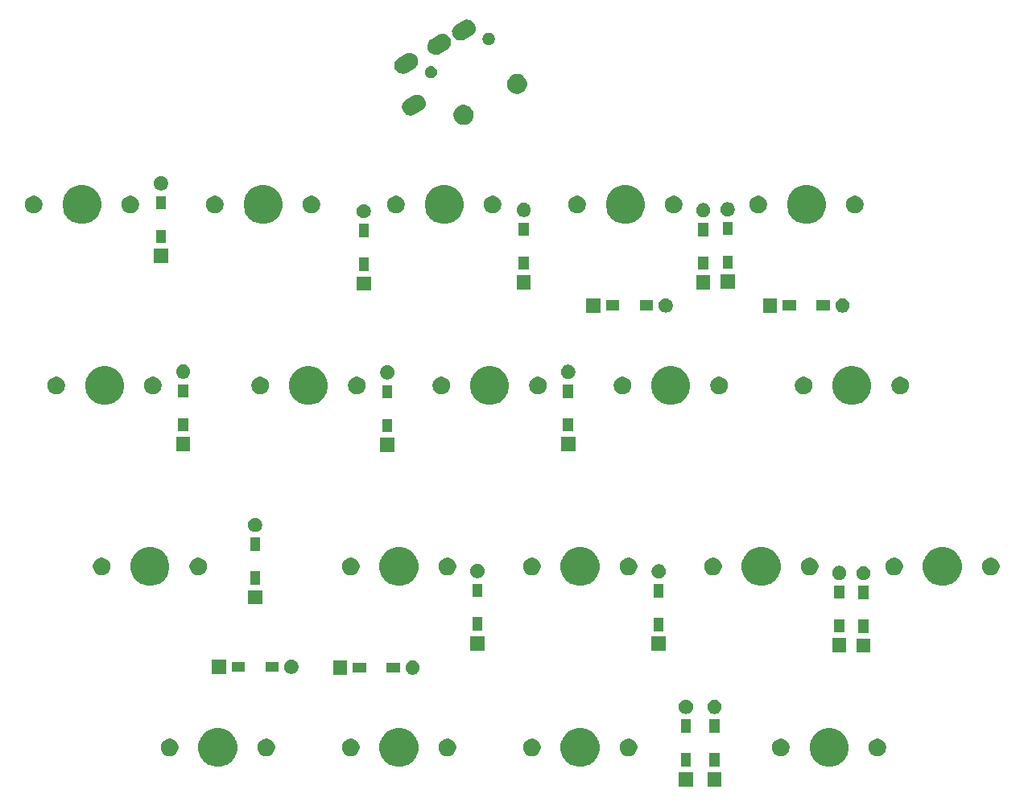
<source format=gbr>
G04 #@! TF.GenerationSoftware,KiCad,Pcbnew,(5.1.6-0-10_14)*
G04 #@! TF.CreationDate,2022-02-21T07:55:31+09:00*
G04 #@! TF.ProjectId,cool936,636f6f6c-3933-4362-9e6b-696361645f70,rev?*
G04 #@! TF.SameCoordinates,Original*
G04 #@! TF.FileFunction,Soldermask,Top*
G04 #@! TF.FilePolarity,Negative*
%FSLAX46Y46*%
G04 Gerber Fmt 4.6, Leading zero omitted, Abs format (unit mm)*
G04 Created by KiCad (PCBNEW (5.1.6-0-10_14)) date 2022-02-21 07:55:31*
%MOMM*%
%LPD*%
G01*
G04 APERTURE LIST*
%ADD10C,0.100000*%
G04 APERTURE END LIST*
D10*
G36*
X95849500Y-61239500D02*
G01*
X94350500Y-61239500D01*
X94350500Y-59740500D01*
X95849500Y-59740500D01*
X95849500Y-61239500D01*
G37*
G36*
X92839500Y-61239500D02*
G01*
X91340500Y-61239500D01*
X91340500Y-59740500D01*
X92839500Y-59740500D01*
X92839500Y-61239500D01*
G37*
G36*
X107752974Y-55183684D02*
G01*
X107970974Y-55273983D01*
X108125123Y-55337833D01*
X108460048Y-55561623D01*
X108744877Y-55846452D01*
X108968667Y-56181377D01*
X109001062Y-56259586D01*
X109122816Y-56553526D01*
X109201400Y-56948594D01*
X109201400Y-57351406D01*
X109122816Y-57746474D01*
X109071951Y-57869272D01*
X108968667Y-58118623D01*
X108744877Y-58453548D01*
X108460048Y-58738377D01*
X108125123Y-58962167D01*
X107970974Y-59026017D01*
X107752974Y-59116316D01*
X107357906Y-59194900D01*
X106955094Y-59194900D01*
X106560026Y-59116316D01*
X106342026Y-59026017D01*
X106187877Y-58962167D01*
X105852952Y-58738377D01*
X105568123Y-58453548D01*
X105344333Y-58118623D01*
X105241049Y-57869272D01*
X105190184Y-57746474D01*
X105111600Y-57351406D01*
X105111600Y-56948594D01*
X105190184Y-56553526D01*
X105311938Y-56259586D01*
X105344333Y-56181377D01*
X105568123Y-55846452D01*
X105852952Y-55561623D01*
X106187877Y-55337833D01*
X106342026Y-55273983D01*
X106560026Y-55183684D01*
X106955094Y-55105100D01*
X107357906Y-55105100D01*
X107752974Y-55183684D01*
G37*
G36*
X81558974Y-55183684D02*
G01*
X81776974Y-55273983D01*
X81931123Y-55337833D01*
X82266048Y-55561623D01*
X82550877Y-55846452D01*
X82774667Y-56181377D01*
X82807062Y-56259586D01*
X82928816Y-56553526D01*
X83007400Y-56948594D01*
X83007400Y-57351406D01*
X82928816Y-57746474D01*
X82877951Y-57869272D01*
X82774667Y-58118623D01*
X82550877Y-58453548D01*
X82266048Y-58738377D01*
X81931123Y-58962167D01*
X81776974Y-59026017D01*
X81558974Y-59116316D01*
X81163906Y-59194900D01*
X80761094Y-59194900D01*
X80366026Y-59116316D01*
X80148026Y-59026017D01*
X79993877Y-58962167D01*
X79658952Y-58738377D01*
X79374123Y-58453548D01*
X79150333Y-58118623D01*
X79047049Y-57869272D01*
X78996184Y-57746474D01*
X78917600Y-57351406D01*
X78917600Y-56948594D01*
X78996184Y-56553526D01*
X79117938Y-56259586D01*
X79150333Y-56181377D01*
X79374123Y-55846452D01*
X79658952Y-55561623D01*
X79993877Y-55337833D01*
X80148026Y-55273983D01*
X80366026Y-55183684D01*
X80761094Y-55105100D01*
X81163906Y-55105100D01*
X81558974Y-55183684D01*
G37*
G36*
X62508974Y-55183684D02*
G01*
X62726974Y-55273983D01*
X62881123Y-55337833D01*
X63216048Y-55561623D01*
X63500877Y-55846452D01*
X63724667Y-56181377D01*
X63757062Y-56259586D01*
X63878816Y-56553526D01*
X63957400Y-56948594D01*
X63957400Y-57351406D01*
X63878816Y-57746474D01*
X63827951Y-57869272D01*
X63724667Y-58118623D01*
X63500877Y-58453548D01*
X63216048Y-58738377D01*
X62881123Y-58962167D01*
X62726974Y-59026017D01*
X62508974Y-59116316D01*
X62113906Y-59194900D01*
X61711094Y-59194900D01*
X61316026Y-59116316D01*
X61098026Y-59026017D01*
X60943877Y-58962167D01*
X60608952Y-58738377D01*
X60324123Y-58453548D01*
X60100333Y-58118623D01*
X59997049Y-57869272D01*
X59946184Y-57746474D01*
X59867600Y-57351406D01*
X59867600Y-56948594D01*
X59946184Y-56553526D01*
X60067938Y-56259586D01*
X60100333Y-56181377D01*
X60324123Y-55846452D01*
X60608952Y-55561623D01*
X60943877Y-55337833D01*
X61098026Y-55273983D01*
X61316026Y-55183684D01*
X61711094Y-55105100D01*
X62113906Y-55105100D01*
X62508974Y-55183684D01*
G37*
G36*
X43458974Y-55183684D02*
G01*
X43676974Y-55273983D01*
X43831123Y-55337833D01*
X44166048Y-55561623D01*
X44450877Y-55846452D01*
X44674667Y-56181377D01*
X44707062Y-56259586D01*
X44828816Y-56553526D01*
X44907400Y-56948594D01*
X44907400Y-57351406D01*
X44828816Y-57746474D01*
X44777951Y-57869272D01*
X44674667Y-58118623D01*
X44450877Y-58453548D01*
X44166048Y-58738377D01*
X43831123Y-58962167D01*
X43676974Y-59026017D01*
X43458974Y-59116316D01*
X43063906Y-59194900D01*
X42661094Y-59194900D01*
X42266026Y-59116316D01*
X42048026Y-59026017D01*
X41893877Y-58962167D01*
X41558952Y-58738377D01*
X41274123Y-58453548D01*
X41050333Y-58118623D01*
X40947049Y-57869272D01*
X40896184Y-57746474D01*
X40817600Y-57351406D01*
X40817600Y-56948594D01*
X40896184Y-56553526D01*
X41017938Y-56259586D01*
X41050333Y-56181377D01*
X41274123Y-55846452D01*
X41558952Y-55561623D01*
X41893877Y-55337833D01*
X42048026Y-55273983D01*
X42266026Y-55183684D01*
X42661094Y-55105100D01*
X43063906Y-55105100D01*
X43458974Y-55183684D01*
G37*
G36*
X95626000Y-59156000D02*
G01*
X94574000Y-59156000D01*
X94574000Y-57754000D01*
X95626000Y-57754000D01*
X95626000Y-59156000D01*
G37*
G36*
X92616000Y-59156000D02*
G01*
X91564000Y-59156000D01*
X91564000Y-57754000D01*
X92616000Y-57754000D01*
X92616000Y-59156000D01*
G37*
G36*
X86312604Y-56259585D02*
G01*
X86481126Y-56329389D01*
X86632791Y-56430728D01*
X86761772Y-56559709D01*
X86863111Y-56711374D01*
X86932915Y-56879896D01*
X86968500Y-57058797D01*
X86968500Y-57241203D01*
X86932915Y-57420104D01*
X86863111Y-57588626D01*
X86761772Y-57740291D01*
X86632791Y-57869272D01*
X86481126Y-57970611D01*
X86312604Y-58040415D01*
X86133703Y-58076000D01*
X85951297Y-58076000D01*
X85772396Y-58040415D01*
X85603874Y-57970611D01*
X85452209Y-57869272D01*
X85323228Y-57740291D01*
X85221889Y-57588626D01*
X85152085Y-57420104D01*
X85116500Y-57241203D01*
X85116500Y-57058797D01*
X85152085Y-56879896D01*
X85221889Y-56711374D01*
X85323228Y-56559709D01*
X85452209Y-56430728D01*
X85603874Y-56329389D01*
X85772396Y-56259585D01*
X85951297Y-56224000D01*
X86133703Y-56224000D01*
X86312604Y-56259585D01*
G37*
G36*
X57102604Y-56259585D02*
G01*
X57271126Y-56329389D01*
X57422791Y-56430728D01*
X57551772Y-56559709D01*
X57653111Y-56711374D01*
X57722915Y-56879896D01*
X57758500Y-57058797D01*
X57758500Y-57241203D01*
X57722915Y-57420104D01*
X57653111Y-57588626D01*
X57551772Y-57740291D01*
X57422791Y-57869272D01*
X57271126Y-57970611D01*
X57102604Y-58040415D01*
X56923703Y-58076000D01*
X56741297Y-58076000D01*
X56562396Y-58040415D01*
X56393874Y-57970611D01*
X56242209Y-57869272D01*
X56113228Y-57740291D01*
X56011889Y-57588626D01*
X55942085Y-57420104D01*
X55906500Y-57241203D01*
X55906500Y-57058797D01*
X55942085Y-56879896D01*
X56011889Y-56711374D01*
X56113228Y-56559709D01*
X56242209Y-56430728D01*
X56393874Y-56329389D01*
X56562396Y-56259585D01*
X56741297Y-56224000D01*
X56923703Y-56224000D01*
X57102604Y-56259585D01*
G37*
G36*
X102346604Y-56259585D02*
G01*
X102515126Y-56329389D01*
X102666791Y-56430728D01*
X102795772Y-56559709D01*
X102897111Y-56711374D01*
X102966915Y-56879896D01*
X103002500Y-57058797D01*
X103002500Y-57241203D01*
X102966915Y-57420104D01*
X102897111Y-57588626D01*
X102795772Y-57740291D01*
X102666791Y-57869272D01*
X102515126Y-57970611D01*
X102346604Y-58040415D01*
X102167703Y-58076000D01*
X101985297Y-58076000D01*
X101806396Y-58040415D01*
X101637874Y-57970611D01*
X101486209Y-57869272D01*
X101357228Y-57740291D01*
X101255889Y-57588626D01*
X101186085Y-57420104D01*
X101150500Y-57241203D01*
X101150500Y-57058797D01*
X101186085Y-56879896D01*
X101255889Y-56711374D01*
X101357228Y-56559709D01*
X101486209Y-56430728D01*
X101637874Y-56329389D01*
X101806396Y-56259585D01*
X101985297Y-56224000D01*
X102167703Y-56224000D01*
X102346604Y-56259585D01*
G37*
G36*
X112506604Y-56259585D02*
G01*
X112675126Y-56329389D01*
X112826791Y-56430728D01*
X112955772Y-56559709D01*
X113057111Y-56711374D01*
X113126915Y-56879896D01*
X113162500Y-57058797D01*
X113162500Y-57241203D01*
X113126915Y-57420104D01*
X113057111Y-57588626D01*
X112955772Y-57740291D01*
X112826791Y-57869272D01*
X112675126Y-57970611D01*
X112506604Y-58040415D01*
X112327703Y-58076000D01*
X112145297Y-58076000D01*
X111966396Y-58040415D01*
X111797874Y-57970611D01*
X111646209Y-57869272D01*
X111517228Y-57740291D01*
X111415889Y-57588626D01*
X111346085Y-57420104D01*
X111310500Y-57241203D01*
X111310500Y-57058797D01*
X111346085Y-56879896D01*
X111415889Y-56711374D01*
X111517228Y-56559709D01*
X111646209Y-56430728D01*
X111797874Y-56329389D01*
X111966396Y-56259585D01*
X112145297Y-56224000D01*
X112327703Y-56224000D01*
X112506604Y-56259585D01*
G37*
G36*
X76152604Y-56259585D02*
G01*
X76321126Y-56329389D01*
X76472791Y-56430728D01*
X76601772Y-56559709D01*
X76703111Y-56711374D01*
X76772915Y-56879896D01*
X76808500Y-57058797D01*
X76808500Y-57241203D01*
X76772915Y-57420104D01*
X76703111Y-57588626D01*
X76601772Y-57740291D01*
X76472791Y-57869272D01*
X76321126Y-57970611D01*
X76152604Y-58040415D01*
X75973703Y-58076000D01*
X75791297Y-58076000D01*
X75612396Y-58040415D01*
X75443874Y-57970611D01*
X75292209Y-57869272D01*
X75163228Y-57740291D01*
X75061889Y-57588626D01*
X74992085Y-57420104D01*
X74956500Y-57241203D01*
X74956500Y-57058797D01*
X74992085Y-56879896D01*
X75061889Y-56711374D01*
X75163228Y-56559709D01*
X75292209Y-56430728D01*
X75443874Y-56329389D01*
X75612396Y-56259585D01*
X75791297Y-56224000D01*
X75973703Y-56224000D01*
X76152604Y-56259585D01*
G37*
G36*
X67262604Y-56259585D02*
G01*
X67431126Y-56329389D01*
X67582791Y-56430728D01*
X67711772Y-56559709D01*
X67813111Y-56711374D01*
X67882915Y-56879896D01*
X67918500Y-57058797D01*
X67918500Y-57241203D01*
X67882915Y-57420104D01*
X67813111Y-57588626D01*
X67711772Y-57740291D01*
X67582791Y-57869272D01*
X67431126Y-57970611D01*
X67262604Y-58040415D01*
X67083703Y-58076000D01*
X66901297Y-58076000D01*
X66722396Y-58040415D01*
X66553874Y-57970611D01*
X66402209Y-57869272D01*
X66273228Y-57740291D01*
X66171889Y-57588626D01*
X66102085Y-57420104D01*
X66066500Y-57241203D01*
X66066500Y-57058797D01*
X66102085Y-56879896D01*
X66171889Y-56711374D01*
X66273228Y-56559709D01*
X66402209Y-56430728D01*
X66553874Y-56329389D01*
X66722396Y-56259585D01*
X66901297Y-56224000D01*
X67083703Y-56224000D01*
X67262604Y-56259585D01*
G37*
G36*
X38052604Y-56259585D02*
G01*
X38221126Y-56329389D01*
X38372791Y-56430728D01*
X38501772Y-56559709D01*
X38603111Y-56711374D01*
X38672915Y-56879896D01*
X38708500Y-57058797D01*
X38708500Y-57241203D01*
X38672915Y-57420104D01*
X38603111Y-57588626D01*
X38501772Y-57740291D01*
X38372791Y-57869272D01*
X38221126Y-57970611D01*
X38052604Y-58040415D01*
X37873703Y-58076000D01*
X37691297Y-58076000D01*
X37512396Y-58040415D01*
X37343874Y-57970611D01*
X37192209Y-57869272D01*
X37063228Y-57740291D01*
X36961889Y-57588626D01*
X36892085Y-57420104D01*
X36856500Y-57241203D01*
X36856500Y-57058797D01*
X36892085Y-56879896D01*
X36961889Y-56711374D01*
X37063228Y-56559709D01*
X37192209Y-56430728D01*
X37343874Y-56329389D01*
X37512396Y-56259585D01*
X37691297Y-56224000D01*
X37873703Y-56224000D01*
X38052604Y-56259585D01*
G37*
G36*
X48212604Y-56259585D02*
G01*
X48381126Y-56329389D01*
X48532791Y-56430728D01*
X48661772Y-56559709D01*
X48763111Y-56711374D01*
X48832915Y-56879896D01*
X48868500Y-57058797D01*
X48868500Y-57241203D01*
X48832915Y-57420104D01*
X48763111Y-57588626D01*
X48661772Y-57740291D01*
X48532791Y-57869272D01*
X48381126Y-57970611D01*
X48212604Y-58040415D01*
X48033703Y-58076000D01*
X47851297Y-58076000D01*
X47672396Y-58040415D01*
X47503874Y-57970611D01*
X47352209Y-57869272D01*
X47223228Y-57740291D01*
X47121889Y-57588626D01*
X47052085Y-57420104D01*
X47016500Y-57241203D01*
X47016500Y-57058797D01*
X47052085Y-56879896D01*
X47121889Y-56711374D01*
X47223228Y-56559709D01*
X47352209Y-56430728D01*
X47503874Y-56329389D01*
X47672396Y-56259585D01*
X47851297Y-56224000D01*
X48033703Y-56224000D01*
X48212604Y-56259585D01*
G37*
G36*
X92616000Y-55606000D02*
G01*
X91564000Y-55606000D01*
X91564000Y-54204000D01*
X92616000Y-54204000D01*
X92616000Y-55606000D01*
G37*
G36*
X95626000Y-55606000D02*
G01*
X94574000Y-55606000D01*
X94574000Y-54204000D01*
X95626000Y-54204000D01*
X95626000Y-55606000D01*
G37*
G36*
X92184425Y-52124599D02*
G01*
X92308621Y-52149302D01*
X92445022Y-52205801D01*
X92567779Y-52287825D01*
X92672175Y-52392221D01*
X92754199Y-52514978D01*
X92810698Y-52651379D01*
X92839500Y-52796181D01*
X92839500Y-52943819D01*
X92810698Y-53088621D01*
X92754199Y-53225022D01*
X92672175Y-53347779D01*
X92567779Y-53452175D01*
X92445022Y-53534199D01*
X92308621Y-53590698D01*
X92184425Y-53615401D01*
X92163820Y-53619500D01*
X92016180Y-53619500D01*
X91995575Y-53615401D01*
X91871379Y-53590698D01*
X91734978Y-53534199D01*
X91612221Y-53452175D01*
X91507825Y-53347779D01*
X91425801Y-53225022D01*
X91369302Y-53088621D01*
X91340500Y-52943819D01*
X91340500Y-52796181D01*
X91369302Y-52651379D01*
X91425801Y-52514978D01*
X91507825Y-52392221D01*
X91612221Y-52287825D01*
X91734978Y-52205801D01*
X91871379Y-52149302D01*
X91995575Y-52124599D01*
X92016180Y-52120500D01*
X92163820Y-52120500D01*
X92184425Y-52124599D01*
G37*
G36*
X95194425Y-52124599D02*
G01*
X95318621Y-52149302D01*
X95455022Y-52205801D01*
X95577779Y-52287825D01*
X95682175Y-52392221D01*
X95764199Y-52514978D01*
X95820698Y-52651379D01*
X95849500Y-52796181D01*
X95849500Y-52943819D01*
X95820698Y-53088621D01*
X95764199Y-53225022D01*
X95682175Y-53347779D01*
X95577779Y-53452175D01*
X95455022Y-53534199D01*
X95318621Y-53590698D01*
X95194425Y-53615401D01*
X95173820Y-53619500D01*
X95026180Y-53619500D01*
X95005575Y-53615401D01*
X94881379Y-53590698D01*
X94744978Y-53534199D01*
X94622221Y-53452175D01*
X94517825Y-53347779D01*
X94435801Y-53225022D01*
X94379302Y-53088621D01*
X94350500Y-52943819D01*
X94350500Y-52796181D01*
X94379302Y-52651379D01*
X94435801Y-52514978D01*
X94517825Y-52392221D01*
X94622221Y-52287825D01*
X94744978Y-52205801D01*
X94881379Y-52149302D01*
X95005575Y-52124599D01*
X95026180Y-52120500D01*
X95173820Y-52120500D01*
X95194425Y-52124599D01*
G37*
G36*
X56469500Y-49479500D02*
G01*
X54970500Y-49479500D01*
X54970500Y-47980500D01*
X56469500Y-47980500D01*
X56469500Y-49479500D01*
G37*
G36*
X63434425Y-47984599D02*
G01*
X63558621Y-48009302D01*
X63695022Y-48065801D01*
X63817779Y-48147825D01*
X63922175Y-48252221D01*
X64004199Y-48374978D01*
X64060698Y-48511379D01*
X64089500Y-48656181D01*
X64089500Y-48803819D01*
X64060698Y-48948621D01*
X64004199Y-49085022D01*
X63922175Y-49207779D01*
X63817779Y-49312175D01*
X63695022Y-49394199D01*
X63558621Y-49450698D01*
X63434425Y-49475401D01*
X63413820Y-49479500D01*
X63266180Y-49479500D01*
X63245575Y-49475401D01*
X63121379Y-49450698D01*
X62984978Y-49394199D01*
X62862221Y-49312175D01*
X62757825Y-49207779D01*
X62675801Y-49085022D01*
X62619302Y-48948621D01*
X62590500Y-48803819D01*
X62590500Y-48656181D01*
X62619302Y-48511379D01*
X62675801Y-48374978D01*
X62757825Y-48252221D01*
X62862221Y-48147825D01*
X62984978Y-48065801D01*
X63121379Y-48009302D01*
X63245575Y-47984599D01*
X63266180Y-47980500D01*
X63413820Y-47980500D01*
X63434425Y-47984599D01*
G37*
G36*
X43719500Y-49409500D02*
G01*
X42220500Y-49409500D01*
X42220500Y-47910500D01*
X43719500Y-47910500D01*
X43719500Y-49409500D01*
G37*
G36*
X50684425Y-47914599D02*
G01*
X50808621Y-47939302D01*
X50945022Y-47995801D01*
X51067779Y-48077825D01*
X51172175Y-48182221D01*
X51254199Y-48304978D01*
X51310698Y-48441379D01*
X51339500Y-48586181D01*
X51339500Y-48733819D01*
X51310698Y-48878621D01*
X51254199Y-49015022D01*
X51172175Y-49137779D01*
X51067779Y-49242175D01*
X50945022Y-49324199D01*
X50808621Y-49380698D01*
X50684425Y-49405401D01*
X50663820Y-49409500D01*
X50516180Y-49409500D01*
X50495575Y-49405401D01*
X50371379Y-49380698D01*
X50234978Y-49324199D01*
X50112221Y-49242175D01*
X50007825Y-49137779D01*
X49925801Y-49015022D01*
X49869302Y-48878621D01*
X49840500Y-48733819D01*
X49840500Y-48586181D01*
X49869302Y-48441379D01*
X49925801Y-48304978D01*
X50007825Y-48182221D01*
X50112221Y-48077825D01*
X50234978Y-47995801D01*
X50371379Y-47939302D01*
X50495575Y-47914599D01*
X50516180Y-47910500D01*
X50663820Y-47910500D01*
X50684425Y-47914599D01*
G37*
G36*
X58456000Y-49256000D02*
G01*
X57054000Y-49256000D01*
X57054000Y-48204000D01*
X58456000Y-48204000D01*
X58456000Y-49256000D01*
G37*
G36*
X62006000Y-49256000D02*
G01*
X60604000Y-49256000D01*
X60604000Y-48204000D01*
X62006000Y-48204000D01*
X62006000Y-49256000D01*
G37*
G36*
X45706000Y-49186000D02*
G01*
X44304000Y-49186000D01*
X44304000Y-48134000D01*
X45706000Y-48134000D01*
X45706000Y-49186000D01*
G37*
G36*
X49256000Y-49186000D02*
G01*
X47854000Y-49186000D01*
X47854000Y-48134000D01*
X49256000Y-48134000D01*
X49256000Y-49186000D01*
G37*
G36*
X111499500Y-47159500D02*
G01*
X110000500Y-47159500D01*
X110000500Y-45660500D01*
X111499500Y-45660500D01*
X111499500Y-47159500D01*
G37*
G36*
X108969500Y-47129500D02*
G01*
X107470500Y-47129500D01*
X107470500Y-45630500D01*
X108969500Y-45630500D01*
X108969500Y-47129500D01*
G37*
G36*
X89979500Y-46979500D02*
G01*
X88480500Y-46979500D01*
X88480500Y-45480500D01*
X89979500Y-45480500D01*
X89979500Y-46979500D01*
G37*
G36*
X70909500Y-46939500D02*
G01*
X69410500Y-46939500D01*
X69410500Y-45440500D01*
X70909500Y-45440500D01*
X70909500Y-46939500D01*
G37*
G36*
X111276000Y-45076000D02*
G01*
X110224000Y-45076000D01*
X110224000Y-43674000D01*
X111276000Y-43674000D01*
X111276000Y-45076000D01*
G37*
G36*
X108746000Y-45046000D02*
G01*
X107694000Y-45046000D01*
X107694000Y-43644000D01*
X108746000Y-43644000D01*
X108746000Y-45046000D01*
G37*
G36*
X89756000Y-44896000D02*
G01*
X88704000Y-44896000D01*
X88704000Y-43494000D01*
X89756000Y-43494000D01*
X89756000Y-44896000D01*
G37*
G36*
X70686000Y-44856000D02*
G01*
X69634000Y-44856000D01*
X69634000Y-43454000D01*
X70686000Y-43454000D01*
X70686000Y-44856000D01*
G37*
G36*
X47539500Y-42099500D02*
G01*
X46040500Y-42099500D01*
X46040500Y-40600500D01*
X47539500Y-40600500D01*
X47539500Y-42099500D01*
G37*
G36*
X111276000Y-41526000D02*
G01*
X110224000Y-41526000D01*
X110224000Y-40124000D01*
X111276000Y-40124000D01*
X111276000Y-41526000D01*
G37*
G36*
X108746000Y-41496000D02*
G01*
X107694000Y-41496000D01*
X107694000Y-40094000D01*
X108746000Y-40094000D01*
X108746000Y-41496000D01*
G37*
G36*
X89756000Y-41346000D02*
G01*
X88704000Y-41346000D01*
X88704000Y-39944000D01*
X89756000Y-39944000D01*
X89756000Y-41346000D01*
G37*
G36*
X70686000Y-41306000D02*
G01*
X69634000Y-41306000D01*
X69634000Y-39904000D01*
X70686000Y-39904000D01*
X70686000Y-41306000D01*
G37*
G36*
X100608974Y-36133684D02*
G01*
X100826974Y-36223983D01*
X100981123Y-36287833D01*
X101316048Y-36511623D01*
X101600877Y-36796452D01*
X101824667Y-37131377D01*
X101857062Y-37209586D01*
X101978816Y-37503526D01*
X102057400Y-37898594D01*
X102057400Y-38301406D01*
X101978816Y-38696474D01*
X101927951Y-38819272D01*
X101824667Y-39068623D01*
X101600877Y-39403548D01*
X101316048Y-39688377D01*
X100981123Y-39912167D01*
X100826974Y-39976017D01*
X100608974Y-40066316D01*
X100213906Y-40144900D01*
X99811094Y-40144900D01*
X99416026Y-40066316D01*
X99198026Y-39976017D01*
X99043877Y-39912167D01*
X98708952Y-39688377D01*
X98424123Y-39403548D01*
X98200333Y-39068623D01*
X98097049Y-38819272D01*
X98046184Y-38696474D01*
X97967600Y-38301406D01*
X97967600Y-37898594D01*
X98046184Y-37503526D01*
X98167938Y-37209586D01*
X98200333Y-37131377D01*
X98424123Y-36796452D01*
X98708952Y-36511623D01*
X99043877Y-36287833D01*
X99198026Y-36223983D01*
X99416026Y-36133684D01*
X99811094Y-36055100D01*
X100213906Y-36055100D01*
X100608974Y-36133684D01*
G37*
G36*
X62508974Y-36133684D02*
G01*
X62726974Y-36223983D01*
X62881123Y-36287833D01*
X63216048Y-36511623D01*
X63500877Y-36796452D01*
X63724667Y-37131377D01*
X63757062Y-37209586D01*
X63878816Y-37503526D01*
X63957400Y-37898594D01*
X63957400Y-38301406D01*
X63878816Y-38696474D01*
X63827951Y-38819272D01*
X63724667Y-39068623D01*
X63500877Y-39403548D01*
X63216048Y-39688377D01*
X62881123Y-39912167D01*
X62726974Y-39976017D01*
X62508974Y-40066316D01*
X62113906Y-40144900D01*
X61711094Y-40144900D01*
X61316026Y-40066316D01*
X61098026Y-39976017D01*
X60943877Y-39912167D01*
X60608952Y-39688377D01*
X60324123Y-39403548D01*
X60100333Y-39068623D01*
X59997049Y-38819272D01*
X59946184Y-38696474D01*
X59867600Y-38301406D01*
X59867600Y-37898594D01*
X59946184Y-37503526D01*
X60067938Y-37209586D01*
X60100333Y-37131377D01*
X60324123Y-36796452D01*
X60608952Y-36511623D01*
X60943877Y-36287833D01*
X61098026Y-36223983D01*
X61316026Y-36133684D01*
X61711094Y-36055100D01*
X62113906Y-36055100D01*
X62508974Y-36133684D01*
G37*
G36*
X81558974Y-36133684D02*
G01*
X81776974Y-36223983D01*
X81931123Y-36287833D01*
X82266048Y-36511623D01*
X82550877Y-36796452D01*
X82774667Y-37131377D01*
X82807062Y-37209586D01*
X82928816Y-37503526D01*
X83007400Y-37898594D01*
X83007400Y-38301406D01*
X82928816Y-38696474D01*
X82877951Y-38819272D01*
X82774667Y-39068623D01*
X82550877Y-39403548D01*
X82266048Y-39688377D01*
X81931123Y-39912167D01*
X81776974Y-39976017D01*
X81558974Y-40066316D01*
X81163906Y-40144900D01*
X80761094Y-40144900D01*
X80366026Y-40066316D01*
X80148026Y-39976017D01*
X79993877Y-39912167D01*
X79658952Y-39688377D01*
X79374123Y-39403548D01*
X79150333Y-39068623D01*
X79047049Y-38819272D01*
X78996184Y-38696474D01*
X78917600Y-38301406D01*
X78917600Y-37898594D01*
X78996184Y-37503526D01*
X79117938Y-37209586D01*
X79150333Y-37131377D01*
X79374123Y-36796452D01*
X79658952Y-36511623D01*
X79993877Y-36287833D01*
X80148026Y-36223983D01*
X80366026Y-36133684D01*
X80761094Y-36055100D01*
X81163906Y-36055100D01*
X81558974Y-36133684D01*
G37*
G36*
X119658974Y-36133684D02*
G01*
X119876974Y-36223983D01*
X120031123Y-36287833D01*
X120366048Y-36511623D01*
X120650877Y-36796452D01*
X120874667Y-37131377D01*
X120907062Y-37209586D01*
X121028816Y-37503526D01*
X121107400Y-37898594D01*
X121107400Y-38301406D01*
X121028816Y-38696474D01*
X120977951Y-38819272D01*
X120874667Y-39068623D01*
X120650877Y-39403548D01*
X120366048Y-39688377D01*
X120031123Y-39912167D01*
X119876974Y-39976017D01*
X119658974Y-40066316D01*
X119263906Y-40144900D01*
X118861094Y-40144900D01*
X118466026Y-40066316D01*
X118248026Y-39976017D01*
X118093877Y-39912167D01*
X117758952Y-39688377D01*
X117474123Y-39403548D01*
X117250333Y-39068623D01*
X117147049Y-38819272D01*
X117096184Y-38696474D01*
X117017600Y-38301406D01*
X117017600Y-37898594D01*
X117096184Y-37503526D01*
X117217938Y-37209586D01*
X117250333Y-37131377D01*
X117474123Y-36796452D01*
X117758952Y-36511623D01*
X118093877Y-36287833D01*
X118248026Y-36223983D01*
X118466026Y-36133684D01*
X118861094Y-36055100D01*
X119263906Y-36055100D01*
X119658974Y-36133684D01*
G37*
G36*
X36315474Y-36133684D02*
G01*
X36533474Y-36223983D01*
X36687623Y-36287833D01*
X37022548Y-36511623D01*
X37307377Y-36796452D01*
X37531167Y-37131377D01*
X37563562Y-37209586D01*
X37685316Y-37503526D01*
X37763900Y-37898594D01*
X37763900Y-38301406D01*
X37685316Y-38696474D01*
X37634451Y-38819272D01*
X37531167Y-39068623D01*
X37307377Y-39403548D01*
X37022548Y-39688377D01*
X36687623Y-39912167D01*
X36533474Y-39976017D01*
X36315474Y-40066316D01*
X35920406Y-40144900D01*
X35517594Y-40144900D01*
X35122526Y-40066316D01*
X34904526Y-39976017D01*
X34750377Y-39912167D01*
X34415452Y-39688377D01*
X34130623Y-39403548D01*
X33906833Y-39068623D01*
X33803549Y-38819272D01*
X33752684Y-38696474D01*
X33674100Y-38301406D01*
X33674100Y-37898594D01*
X33752684Y-37503526D01*
X33874438Y-37209586D01*
X33906833Y-37131377D01*
X34130623Y-36796452D01*
X34415452Y-36511623D01*
X34750377Y-36287833D01*
X34904526Y-36223983D01*
X35122526Y-36133684D01*
X35517594Y-36055100D01*
X35920406Y-36055100D01*
X36315474Y-36133684D01*
G37*
G36*
X47316000Y-40016000D02*
G01*
X46264000Y-40016000D01*
X46264000Y-38614000D01*
X47316000Y-38614000D01*
X47316000Y-40016000D01*
G37*
G36*
X110844425Y-38044599D02*
G01*
X110968621Y-38069302D01*
X111105022Y-38125801D01*
X111227779Y-38207825D01*
X111332175Y-38312221D01*
X111414199Y-38434978D01*
X111470698Y-38571379D01*
X111499500Y-38716181D01*
X111499500Y-38863819D01*
X111470698Y-39008621D01*
X111414199Y-39145022D01*
X111332175Y-39267779D01*
X111227779Y-39372175D01*
X111105022Y-39454199D01*
X110968621Y-39510698D01*
X110844425Y-39535401D01*
X110823820Y-39539500D01*
X110676180Y-39539500D01*
X110655575Y-39535401D01*
X110531379Y-39510698D01*
X110394978Y-39454199D01*
X110272221Y-39372175D01*
X110167825Y-39267779D01*
X110085801Y-39145022D01*
X110029302Y-39008621D01*
X110000500Y-38863819D01*
X110000500Y-38716181D01*
X110029302Y-38571379D01*
X110085801Y-38434978D01*
X110167825Y-38312221D01*
X110272221Y-38207825D01*
X110394978Y-38125801D01*
X110531379Y-38069302D01*
X110655575Y-38044599D01*
X110676180Y-38040500D01*
X110823820Y-38040500D01*
X110844425Y-38044599D01*
G37*
G36*
X108314425Y-38014599D02*
G01*
X108438621Y-38039302D01*
X108575022Y-38095801D01*
X108697779Y-38177825D01*
X108802175Y-38282221D01*
X108884199Y-38404978D01*
X108940698Y-38541379D01*
X108961074Y-38643819D01*
X108969031Y-38683820D01*
X108969500Y-38686181D01*
X108969500Y-38833819D01*
X108940698Y-38978621D01*
X108884199Y-39115022D01*
X108802175Y-39237779D01*
X108697779Y-39342175D01*
X108575022Y-39424199D01*
X108438621Y-39480698D01*
X108314425Y-39505401D01*
X108293820Y-39509500D01*
X108146180Y-39509500D01*
X108125575Y-39505401D01*
X108001379Y-39480698D01*
X107864978Y-39424199D01*
X107742221Y-39342175D01*
X107637825Y-39237779D01*
X107555801Y-39115022D01*
X107499302Y-38978621D01*
X107470500Y-38833819D01*
X107470500Y-38686181D01*
X107470970Y-38683820D01*
X107478926Y-38643819D01*
X107499302Y-38541379D01*
X107555801Y-38404978D01*
X107637825Y-38282221D01*
X107742221Y-38177825D01*
X107864978Y-38095801D01*
X108001379Y-38039302D01*
X108125575Y-38014599D01*
X108146180Y-38010500D01*
X108293820Y-38010500D01*
X108314425Y-38014599D01*
G37*
G36*
X89324425Y-37864599D02*
G01*
X89448621Y-37889302D01*
X89585022Y-37945801D01*
X89707779Y-38027825D01*
X89812175Y-38132221D01*
X89894199Y-38254978D01*
X89950698Y-38391379D01*
X89971544Y-38496181D01*
X89979500Y-38536180D01*
X89979500Y-38683820D01*
X89979030Y-38686181D01*
X89950698Y-38828621D01*
X89894199Y-38965022D01*
X89812175Y-39087779D01*
X89707779Y-39192175D01*
X89585022Y-39274199D01*
X89448621Y-39330698D01*
X89324425Y-39355401D01*
X89303820Y-39359500D01*
X89156180Y-39359500D01*
X89135575Y-39355401D01*
X89011379Y-39330698D01*
X88874978Y-39274199D01*
X88752221Y-39192175D01*
X88647825Y-39087779D01*
X88565801Y-38965022D01*
X88509302Y-38828621D01*
X88480970Y-38686181D01*
X88480500Y-38683820D01*
X88480500Y-38536180D01*
X88488456Y-38496181D01*
X88509302Y-38391379D01*
X88565801Y-38254978D01*
X88647825Y-38132221D01*
X88752221Y-38027825D01*
X88874978Y-37945801D01*
X89011379Y-37889302D01*
X89135575Y-37864599D01*
X89156180Y-37860500D01*
X89303820Y-37860500D01*
X89324425Y-37864599D01*
G37*
G36*
X70254425Y-37824599D02*
G01*
X70378621Y-37849302D01*
X70515022Y-37905801D01*
X70637779Y-37987825D01*
X70742175Y-38092221D01*
X70824199Y-38214978D01*
X70880698Y-38351379D01*
X70909500Y-38496181D01*
X70909500Y-38643819D01*
X70880698Y-38788621D01*
X70824199Y-38925022D01*
X70742175Y-39047779D01*
X70637779Y-39152175D01*
X70515022Y-39234199D01*
X70378621Y-39290698D01*
X70254425Y-39315401D01*
X70233820Y-39319500D01*
X70086180Y-39319500D01*
X70065575Y-39315401D01*
X69941379Y-39290698D01*
X69804978Y-39234199D01*
X69682221Y-39152175D01*
X69577825Y-39047779D01*
X69495801Y-38925022D01*
X69439302Y-38788621D01*
X69410500Y-38643819D01*
X69410500Y-38496181D01*
X69439302Y-38351379D01*
X69495801Y-38214978D01*
X69577825Y-38092221D01*
X69682221Y-37987825D01*
X69804978Y-37905801D01*
X69941379Y-37849302D01*
X70065575Y-37824599D01*
X70086180Y-37820500D01*
X70233820Y-37820500D01*
X70254425Y-37824599D01*
G37*
G36*
X57102604Y-37209585D02*
G01*
X57271126Y-37279389D01*
X57422791Y-37380728D01*
X57551772Y-37509709D01*
X57653111Y-37661374D01*
X57722915Y-37829896D01*
X57758500Y-38008797D01*
X57758500Y-38191203D01*
X57722915Y-38370104D01*
X57653111Y-38538626D01*
X57551772Y-38690291D01*
X57422791Y-38819272D01*
X57271126Y-38920611D01*
X57102604Y-38990415D01*
X56923703Y-39026000D01*
X56741297Y-39026000D01*
X56562396Y-38990415D01*
X56393874Y-38920611D01*
X56242209Y-38819272D01*
X56113228Y-38690291D01*
X56011889Y-38538626D01*
X55942085Y-38370104D01*
X55906500Y-38191203D01*
X55906500Y-38008797D01*
X55942085Y-37829896D01*
X56011889Y-37661374D01*
X56113228Y-37509709D01*
X56242209Y-37380728D01*
X56393874Y-37279389D01*
X56562396Y-37209585D01*
X56741297Y-37174000D01*
X56923703Y-37174000D01*
X57102604Y-37209585D01*
G37*
G36*
X76152604Y-37209585D02*
G01*
X76321126Y-37279389D01*
X76472791Y-37380728D01*
X76601772Y-37509709D01*
X76703111Y-37661374D01*
X76772915Y-37829896D01*
X76808500Y-38008797D01*
X76808500Y-38191203D01*
X76772915Y-38370104D01*
X76703111Y-38538626D01*
X76601772Y-38690291D01*
X76472791Y-38819272D01*
X76321126Y-38920611D01*
X76152604Y-38990415D01*
X75973703Y-39026000D01*
X75791297Y-39026000D01*
X75612396Y-38990415D01*
X75443874Y-38920611D01*
X75292209Y-38819272D01*
X75163228Y-38690291D01*
X75061889Y-38538626D01*
X74992085Y-38370104D01*
X74956500Y-38191203D01*
X74956500Y-38008797D01*
X74992085Y-37829896D01*
X75061889Y-37661374D01*
X75163228Y-37509709D01*
X75292209Y-37380728D01*
X75443874Y-37279389D01*
X75612396Y-37209585D01*
X75791297Y-37174000D01*
X75973703Y-37174000D01*
X76152604Y-37209585D01*
G37*
G36*
X30909104Y-37209585D02*
G01*
X31077626Y-37279389D01*
X31229291Y-37380728D01*
X31358272Y-37509709D01*
X31459611Y-37661374D01*
X31529415Y-37829896D01*
X31565000Y-38008797D01*
X31565000Y-38191203D01*
X31529415Y-38370104D01*
X31459611Y-38538626D01*
X31358272Y-38690291D01*
X31229291Y-38819272D01*
X31077626Y-38920611D01*
X30909104Y-38990415D01*
X30730203Y-39026000D01*
X30547797Y-39026000D01*
X30368896Y-38990415D01*
X30200374Y-38920611D01*
X30048709Y-38819272D01*
X29919728Y-38690291D01*
X29818389Y-38538626D01*
X29748585Y-38370104D01*
X29713000Y-38191203D01*
X29713000Y-38008797D01*
X29748585Y-37829896D01*
X29818389Y-37661374D01*
X29919728Y-37509709D01*
X30048709Y-37380728D01*
X30200374Y-37279389D01*
X30368896Y-37209585D01*
X30547797Y-37174000D01*
X30730203Y-37174000D01*
X30909104Y-37209585D01*
G37*
G36*
X41069104Y-37209585D02*
G01*
X41237626Y-37279389D01*
X41389291Y-37380728D01*
X41518272Y-37509709D01*
X41619611Y-37661374D01*
X41689415Y-37829896D01*
X41725000Y-38008797D01*
X41725000Y-38191203D01*
X41689415Y-38370104D01*
X41619611Y-38538626D01*
X41518272Y-38690291D01*
X41389291Y-38819272D01*
X41237626Y-38920611D01*
X41069104Y-38990415D01*
X40890203Y-39026000D01*
X40707797Y-39026000D01*
X40528896Y-38990415D01*
X40360374Y-38920611D01*
X40208709Y-38819272D01*
X40079728Y-38690291D01*
X39978389Y-38538626D01*
X39908585Y-38370104D01*
X39873000Y-38191203D01*
X39873000Y-38008797D01*
X39908585Y-37829896D01*
X39978389Y-37661374D01*
X40079728Y-37509709D01*
X40208709Y-37380728D01*
X40360374Y-37279389D01*
X40528896Y-37209585D01*
X40707797Y-37174000D01*
X40890203Y-37174000D01*
X41069104Y-37209585D01*
G37*
G36*
X86312604Y-37209585D02*
G01*
X86481126Y-37279389D01*
X86632791Y-37380728D01*
X86761772Y-37509709D01*
X86863111Y-37661374D01*
X86932915Y-37829896D01*
X86968500Y-38008797D01*
X86968500Y-38191203D01*
X86932915Y-38370104D01*
X86863111Y-38538626D01*
X86761772Y-38690291D01*
X86632791Y-38819272D01*
X86481126Y-38920611D01*
X86312604Y-38990415D01*
X86133703Y-39026000D01*
X85951297Y-39026000D01*
X85772396Y-38990415D01*
X85603874Y-38920611D01*
X85452209Y-38819272D01*
X85323228Y-38690291D01*
X85221889Y-38538626D01*
X85152085Y-38370104D01*
X85116500Y-38191203D01*
X85116500Y-38008797D01*
X85152085Y-37829896D01*
X85221889Y-37661374D01*
X85323228Y-37509709D01*
X85452209Y-37380728D01*
X85603874Y-37279389D01*
X85772396Y-37209585D01*
X85951297Y-37174000D01*
X86133703Y-37174000D01*
X86312604Y-37209585D01*
G37*
G36*
X95202604Y-37209585D02*
G01*
X95371126Y-37279389D01*
X95522791Y-37380728D01*
X95651772Y-37509709D01*
X95753111Y-37661374D01*
X95822915Y-37829896D01*
X95858500Y-38008797D01*
X95858500Y-38191203D01*
X95822915Y-38370104D01*
X95753111Y-38538626D01*
X95651772Y-38690291D01*
X95522791Y-38819272D01*
X95371126Y-38920611D01*
X95202604Y-38990415D01*
X95023703Y-39026000D01*
X94841297Y-39026000D01*
X94662396Y-38990415D01*
X94493874Y-38920611D01*
X94342209Y-38819272D01*
X94213228Y-38690291D01*
X94111889Y-38538626D01*
X94042085Y-38370104D01*
X94006500Y-38191203D01*
X94006500Y-38008797D01*
X94042085Y-37829896D01*
X94111889Y-37661374D01*
X94213228Y-37509709D01*
X94342209Y-37380728D01*
X94493874Y-37279389D01*
X94662396Y-37209585D01*
X94841297Y-37174000D01*
X95023703Y-37174000D01*
X95202604Y-37209585D01*
G37*
G36*
X105362604Y-37209585D02*
G01*
X105531126Y-37279389D01*
X105682791Y-37380728D01*
X105811772Y-37509709D01*
X105913111Y-37661374D01*
X105982915Y-37829896D01*
X106018500Y-38008797D01*
X106018500Y-38191203D01*
X105982915Y-38370104D01*
X105913111Y-38538626D01*
X105811772Y-38690291D01*
X105682791Y-38819272D01*
X105531126Y-38920611D01*
X105362604Y-38990415D01*
X105183703Y-39026000D01*
X105001297Y-39026000D01*
X104822396Y-38990415D01*
X104653874Y-38920611D01*
X104502209Y-38819272D01*
X104373228Y-38690291D01*
X104271889Y-38538626D01*
X104202085Y-38370104D01*
X104166500Y-38191203D01*
X104166500Y-38008797D01*
X104202085Y-37829896D01*
X104271889Y-37661374D01*
X104373228Y-37509709D01*
X104502209Y-37380728D01*
X104653874Y-37279389D01*
X104822396Y-37209585D01*
X105001297Y-37174000D01*
X105183703Y-37174000D01*
X105362604Y-37209585D01*
G37*
G36*
X124412604Y-37209585D02*
G01*
X124581126Y-37279389D01*
X124732791Y-37380728D01*
X124861772Y-37509709D01*
X124963111Y-37661374D01*
X125032915Y-37829896D01*
X125068500Y-38008797D01*
X125068500Y-38191203D01*
X125032915Y-38370104D01*
X124963111Y-38538626D01*
X124861772Y-38690291D01*
X124732791Y-38819272D01*
X124581126Y-38920611D01*
X124412604Y-38990415D01*
X124233703Y-39026000D01*
X124051297Y-39026000D01*
X123872396Y-38990415D01*
X123703874Y-38920611D01*
X123552209Y-38819272D01*
X123423228Y-38690291D01*
X123321889Y-38538626D01*
X123252085Y-38370104D01*
X123216500Y-38191203D01*
X123216500Y-38008797D01*
X123252085Y-37829896D01*
X123321889Y-37661374D01*
X123423228Y-37509709D01*
X123552209Y-37380728D01*
X123703874Y-37279389D01*
X123872396Y-37209585D01*
X124051297Y-37174000D01*
X124233703Y-37174000D01*
X124412604Y-37209585D01*
G37*
G36*
X114252604Y-37209585D02*
G01*
X114421126Y-37279389D01*
X114572791Y-37380728D01*
X114701772Y-37509709D01*
X114803111Y-37661374D01*
X114872915Y-37829896D01*
X114908500Y-38008797D01*
X114908500Y-38191203D01*
X114872915Y-38370104D01*
X114803111Y-38538626D01*
X114701772Y-38690291D01*
X114572791Y-38819272D01*
X114421126Y-38920611D01*
X114252604Y-38990415D01*
X114073703Y-39026000D01*
X113891297Y-39026000D01*
X113712396Y-38990415D01*
X113543874Y-38920611D01*
X113392209Y-38819272D01*
X113263228Y-38690291D01*
X113161889Y-38538626D01*
X113092085Y-38370104D01*
X113056500Y-38191203D01*
X113056500Y-38008797D01*
X113092085Y-37829896D01*
X113161889Y-37661374D01*
X113263228Y-37509709D01*
X113392209Y-37380728D01*
X113543874Y-37279389D01*
X113712396Y-37209585D01*
X113891297Y-37174000D01*
X114073703Y-37174000D01*
X114252604Y-37209585D01*
G37*
G36*
X67262604Y-37209585D02*
G01*
X67431126Y-37279389D01*
X67582791Y-37380728D01*
X67711772Y-37509709D01*
X67813111Y-37661374D01*
X67882915Y-37829896D01*
X67918500Y-38008797D01*
X67918500Y-38191203D01*
X67882915Y-38370104D01*
X67813111Y-38538626D01*
X67711772Y-38690291D01*
X67582791Y-38819272D01*
X67431126Y-38920611D01*
X67262604Y-38990415D01*
X67083703Y-39026000D01*
X66901297Y-39026000D01*
X66722396Y-38990415D01*
X66553874Y-38920611D01*
X66402209Y-38819272D01*
X66273228Y-38690291D01*
X66171889Y-38538626D01*
X66102085Y-38370104D01*
X66066500Y-38191203D01*
X66066500Y-38008797D01*
X66102085Y-37829896D01*
X66171889Y-37661374D01*
X66273228Y-37509709D01*
X66402209Y-37380728D01*
X66553874Y-37279389D01*
X66722396Y-37209585D01*
X66901297Y-37174000D01*
X67083703Y-37174000D01*
X67262604Y-37209585D01*
G37*
G36*
X47316000Y-36466000D02*
G01*
X46264000Y-36466000D01*
X46264000Y-35064000D01*
X47316000Y-35064000D01*
X47316000Y-36466000D01*
G37*
G36*
X46884425Y-32984599D02*
G01*
X47008621Y-33009302D01*
X47145022Y-33065801D01*
X47267779Y-33147825D01*
X47372175Y-33252221D01*
X47454199Y-33374978D01*
X47510698Y-33511379D01*
X47539500Y-33656181D01*
X47539500Y-33803819D01*
X47510698Y-33948621D01*
X47454199Y-34085022D01*
X47372175Y-34207779D01*
X47267779Y-34312175D01*
X47145022Y-34394199D01*
X47008621Y-34450698D01*
X46884425Y-34475401D01*
X46863820Y-34479500D01*
X46716180Y-34479500D01*
X46695575Y-34475401D01*
X46571379Y-34450698D01*
X46434978Y-34394199D01*
X46312221Y-34312175D01*
X46207825Y-34207779D01*
X46125801Y-34085022D01*
X46069302Y-33948621D01*
X46040500Y-33803819D01*
X46040500Y-33656181D01*
X46069302Y-33511379D01*
X46125801Y-33374978D01*
X46207825Y-33252221D01*
X46312221Y-33147825D01*
X46434978Y-33065801D01*
X46571379Y-33009302D01*
X46695575Y-32984599D01*
X46716180Y-32980500D01*
X46863820Y-32980500D01*
X46884425Y-32984599D01*
G37*
G36*
X61439500Y-26029500D02*
G01*
X59940500Y-26029500D01*
X59940500Y-24530500D01*
X61439500Y-24530500D01*
X61439500Y-26029500D01*
G37*
G36*
X80449500Y-25979500D02*
G01*
X78950500Y-25979500D01*
X78950500Y-24480500D01*
X80449500Y-24480500D01*
X80449500Y-25979500D01*
G37*
G36*
X39969500Y-25949500D02*
G01*
X38470500Y-25949500D01*
X38470500Y-24450500D01*
X39969500Y-24450500D01*
X39969500Y-25949500D01*
G37*
G36*
X61216000Y-23946000D02*
G01*
X60164000Y-23946000D01*
X60164000Y-22544000D01*
X61216000Y-22544000D01*
X61216000Y-23946000D01*
G37*
G36*
X80226000Y-23896000D02*
G01*
X79174000Y-23896000D01*
X79174000Y-22494000D01*
X80226000Y-22494000D01*
X80226000Y-23896000D01*
G37*
G36*
X39746000Y-23866000D02*
G01*
X38694000Y-23866000D01*
X38694000Y-22464000D01*
X39746000Y-22464000D01*
X39746000Y-23866000D01*
G37*
G36*
X72033974Y-17083684D02*
G01*
X72251974Y-17173983D01*
X72406123Y-17237833D01*
X72741048Y-17461623D01*
X73025877Y-17746452D01*
X73249667Y-18081377D01*
X73282062Y-18159586D01*
X73403816Y-18453526D01*
X73482400Y-18848594D01*
X73482400Y-19251406D01*
X73403816Y-19646474D01*
X73352951Y-19769272D01*
X73249667Y-20018623D01*
X73025877Y-20353548D01*
X72741048Y-20638377D01*
X72406123Y-20862167D01*
X72251974Y-20926017D01*
X72033974Y-21016316D01*
X71638906Y-21094900D01*
X71236094Y-21094900D01*
X70841026Y-21016316D01*
X70623026Y-20926017D01*
X70468877Y-20862167D01*
X70133952Y-20638377D01*
X69849123Y-20353548D01*
X69625333Y-20018623D01*
X69522049Y-19769272D01*
X69471184Y-19646474D01*
X69392600Y-19251406D01*
X69392600Y-18848594D01*
X69471184Y-18453526D01*
X69592938Y-18159586D01*
X69625333Y-18081377D01*
X69849123Y-17746452D01*
X70133952Y-17461623D01*
X70468877Y-17237833D01*
X70623026Y-17173983D01*
X70841026Y-17083684D01*
X71236094Y-17005100D01*
X71638906Y-17005100D01*
X72033974Y-17083684D01*
G37*
G36*
X52983974Y-17083684D02*
G01*
X53201974Y-17173983D01*
X53356123Y-17237833D01*
X53691048Y-17461623D01*
X53975877Y-17746452D01*
X54199667Y-18081377D01*
X54232062Y-18159586D01*
X54353816Y-18453526D01*
X54432400Y-18848594D01*
X54432400Y-19251406D01*
X54353816Y-19646474D01*
X54302951Y-19769272D01*
X54199667Y-20018623D01*
X53975877Y-20353548D01*
X53691048Y-20638377D01*
X53356123Y-20862167D01*
X53201974Y-20926017D01*
X52983974Y-21016316D01*
X52588906Y-21094900D01*
X52186094Y-21094900D01*
X51791026Y-21016316D01*
X51573026Y-20926017D01*
X51418877Y-20862167D01*
X51083952Y-20638377D01*
X50799123Y-20353548D01*
X50575333Y-20018623D01*
X50472049Y-19769272D01*
X50421184Y-19646474D01*
X50342600Y-19251406D01*
X50342600Y-18848594D01*
X50421184Y-18453526D01*
X50542938Y-18159586D01*
X50575333Y-18081377D01*
X50799123Y-17746452D01*
X51083952Y-17461623D01*
X51418877Y-17237833D01*
X51573026Y-17173983D01*
X51791026Y-17083684D01*
X52186094Y-17005100D01*
X52588906Y-17005100D01*
X52983974Y-17083684D01*
G37*
G36*
X91083974Y-17083684D02*
G01*
X91301974Y-17173983D01*
X91456123Y-17237833D01*
X91791048Y-17461623D01*
X92075877Y-17746452D01*
X92299667Y-18081377D01*
X92332062Y-18159586D01*
X92453816Y-18453526D01*
X92532400Y-18848594D01*
X92532400Y-19251406D01*
X92453816Y-19646474D01*
X92402951Y-19769272D01*
X92299667Y-20018623D01*
X92075877Y-20353548D01*
X91791048Y-20638377D01*
X91456123Y-20862167D01*
X91301974Y-20926017D01*
X91083974Y-21016316D01*
X90688906Y-21094900D01*
X90286094Y-21094900D01*
X89891026Y-21016316D01*
X89673026Y-20926017D01*
X89518877Y-20862167D01*
X89183952Y-20638377D01*
X88899123Y-20353548D01*
X88675333Y-20018623D01*
X88572049Y-19769272D01*
X88521184Y-19646474D01*
X88442600Y-19251406D01*
X88442600Y-18848594D01*
X88521184Y-18453526D01*
X88642938Y-18159586D01*
X88675333Y-18081377D01*
X88899123Y-17746452D01*
X89183952Y-17461623D01*
X89518877Y-17237833D01*
X89673026Y-17173983D01*
X89891026Y-17083684D01*
X90286094Y-17005100D01*
X90688906Y-17005100D01*
X91083974Y-17083684D01*
G37*
G36*
X31552474Y-17083684D02*
G01*
X31770474Y-17173983D01*
X31924623Y-17237833D01*
X32259548Y-17461623D01*
X32544377Y-17746452D01*
X32768167Y-18081377D01*
X32800562Y-18159586D01*
X32922316Y-18453526D01*
X33000900Y-18848594D01*
X33000900Y-19251406D01*
X32922316Y-19646474D01*
X32871451Y-19769272D01*
X32768167Y-20018623D01*
X32544377Y-20353548D01*
X32259548Y-20638377D01*
X31924623Y-20862167D01*
X31770474Y-20926017D01*
X31552474Y-21016316D01*
X31157406Y-21094900D01*
X30754594Y-21094900D01*
X30359526Y-21016316D01*
X30141526Y-20926017D01*
X29987377Y-20862167D01*
X29652452Y-20638377D01*
X29367623Y-20353548D01*
X29143833Y-20018623D01*
X29040549Y-19769272D01*
X28989684Y-19646474D01*
X28911100Y-19251406D01*
X28911100Y-18848594D01*
X28989684Y-18453526D01*
X29111438Y-18159586D01*
X29143833Y-18081377D01*
X29367623Y-17746452D01*
X29652452Y-17461623D01*
X29987377Y-17237833D01*
X30141526Y-17173983D01*
X30359526Y-17083684D01*
X30754594Y-17005100D01*
X31157406Y-17005100D01*
X31552474Y-17083684D01*
G37*
G36*
X110133974Y-17083684D02*
G01*
X110351974Y-17173983D01*
X110506123Y-17237833D01*
X110841048Y-17461623D01*
X111125877Y-17746452D01*
X111349667Y-18081377D01*
X111382062Y-18159586D01*
X111503816Y-18453526D01*
X111582400Y-18848594D01*
X111582400Y-19251406D01*
X111503816Y-19646474D01*
X111452951Y-19769272D01*
X111349667Y-20018623D01*
X111125877Y-20353548D01*
X110841048Y-20638377D01*
X110506123Y-20862167D01*
X110351974Y-20926017D01*
X110133974Y-21016316D01*
X109738906Y-21094900D01*
X109336094Y-21094900D01*
X108941026Y-21016316D01*
X108723026Y-20926017D01*
X108568877Y-20862167D01*
X108233952Y-20638377D01*
X107949123Y-20353548D01*
X107725333Y-20018623D01*
X107622049Y-19769272D01*
X107571184Y-19646474D01*
X107492600Y-19251406D01*
X107492600Y-18848594D01*
X107571184Y-18453526D01*
X107692938Y-18159586D01*
X107725333Y-18081377D01*
X107949123Y-17746452D01*
X108233952Y-17461623D01*
X108568877Y-17237833D01*
X108723026Y-17173983D01*
X108941026Y-17083684D01*
X109336094Y-17005100D01*
X109738906Y-17005100D01*
X110133974Y-17083684D01*
G37*
G36*
X61216000Y-20396000D02*
G01*
X60164000Y-20396000D01*
X60164000Y-18994000D01*
X61216000Y-18994000D01*
X61216000Y-20396000D01*
G37*
G36*
X80226000Y-20346000D02*
G01*
X79174000Y-20346000D01*
X79174000Y-18944000D01*
X80226000Y-18944000D01*
X80226000Y-20346000D01*
G37*
G36*
X39746000Y-20316000D02*
G01*
X38694000Y-20316000D01*
X38694000Y-18914000D01*
X39746000Y-18914000D01*
X39746000Y-20316000D01*
G37*
G36*
X66627604Y-18159585D02*
G01*
X66796126Y-18229389D01*
X66947791Y-18330728D01*
X67076772Y-18459709D01*
X67178111Y-18611374D01*
X67247915Y-18779896D01*
X67283500Y-18958797D01*
X67283500Y-19141203D01*
X67247915Y-19320104D01*
X67178111Y-19488626D01*
X67076772Y-19640291D01*
X66947791Y-19769272D01*
X66796126Y-19870611D01*
X66627604Y-19940415D01*
X66448703Y-19976000D01*
X66266297Y-19976000D01*
X66087396Y-19940415D01*
X65918874Y-19870611D01*
X65767209Y-19769272D01*
X65638228Y-19640291D01*
X65536889Y-19488626D01*
X65467085Y-19320104D01*
X65431500Y-19141203D01*
X65431500Y-18958797D01*
X65467085Y-18779896D01*
X65536889Y-18611374D01*
X65638228Y-18459709D01*
X65767209Y-18330728D01*
X65918874Y-18229389D01*
X66087396Y-18159585D01*
X66266297Y-18124000D01*
X66448703Y-18124000D01*
X66627604Y-18159585D01*
G37*
G36*
X85677604Y-18159585D02*
G01*
X85846126Y-18229389D01*
X85997791Y-18330728D01*
X86126772Y-18459709D01*
X86228111Y-18611374D01*
X86297915Y-18779896D01*
X86333500Y-18958797D01*
X86333500Y-19141203D01*
X86297915Y-19320104D01*
X86228111Y-19488626D01*
X86126772Y-19640291D01*
X85997791Y-19769272D01*
X85846126Y-19870611D01*
X85677604Y-19940415D01*
X85498703Y-19976000D01*
X85316297Y-19976000D01*
X85137396Y-19940415D01*
X84968874Y-19870611D01*
X84817209Y-19769272D01*
X84688228Y-19640291D01*
X84586889Y-19488626D01*
X84517085Y-19320104D01*
X84481500Y-19141203D01*
X84481500Y-18958797D01*
X84517085Y-18779896D01*
X84586889Y-18611374D01*
X84688228Y-18459709D01*
X84817209Y-18330728D01*
X84968874Y-18229389D01*
X85137396Y-18159585D01*
X85316297Y-18124000D01*
X85498703Y-18124000D01*
X85677604Y-18159585D01*
G37*
G36*
X76787604Y-18159585D02*
G01*
X76956126Y-18229389D01*
X77107791Y-18330728D01*
X77236772Y-18459709D01*
X77338111Y-18611374D01*
X77407915Y-18779896D01*
X77443500Y-18958797D01*
X77443500Y-19141203D01*
X77407915Y-19320104D01*
X77338111Y-19488626D01*
X77236772Y-19640291D01*
X77107791Y-19769272D01*
X76956126Y-19870611D01*
X76787604Y-19940415D01*
X76608703Y-19976000D01*
X76426297Y-19976000D01*
X76247396Y-19940415D01*
X76078874Y-19870611D01*
X75927209Y-19769272D01*
X75798228Y-19640291D01*
X75696889Y-19488626D01*
X75627085Y-19320104D01*
X75591500Y-19141203D01*
X75591500Y-18958797D01*
X75627085Y-18779896D01*
X75696889Y-18611374D01*
X75798228Y-18459709D01*
X75927209Y-18330728D01*
X76078874Y-18229389D01*
X76247396Y-18159585D01*
X76426297Y-18124000D01*
X76608703Y-18124000D01*
X76787604Y-18159585D01*
G37*
G36*
X47577604Y-18159585D02*
G01*
X47746126Y-18229389D01*
X47897791Y-18330728D01*
X48026772Y-18459709D01*
X48128111Y-18611374D01*
X48197915Y-18779896D01*
X48233500Y-18958797D01*
X48233500Y-19141203D01*
X48197915Y-19320104D01*
X48128111Y-19488626D01*
X48026772Y-19640291D01*
X47897791Y-19769272D01*
X47746126Y-19870611D01*
X47577604Y-19940415D01*
X47398703Y-19976000D01*
X47216297Y-19976000D01*
X47037396Y-19940415D01*
X46868874Y-19870611D01*
X46717209Y-19769272D01*
X46588228Y-19640291D01*
X46486889Y-19488626D01*
X46417085Y-19320104D01*
X46381500Y-19141203D01*
X46381500Y-18958797D01*
X46417085Y-18779896D01*
X46486889Y-18611374D01*
X46588228Y-18459709D01*
X46717209Y-18330728D01*
X46868874Y-18229389D01*
X47037396Y-18159585D01*
X47216297Y-18124000D01*
X47398703Y-18124000D01*
X47577604Y-18159585D01*
G37*
G36*
X57737604Y-18159585D02*
G01*
X57906126Y-18229389D01*
X58057791Y-18330728D01*
X58186772Y-18459709D01*
X58288111Y-18611374D01*
X58357915Y-18779896D01*
X58393500Y-18958797D01*
X58393500Y-19141203D01*
X58357915Y-19320104D01*
X58288111Y-19488626D01*
X58186772Y-19640291D01*
X58057791Y-19769272D01*
X57906126Y-19870611D01*
X57737604Y-19940415D01*
X57558703Y-19976000D01*
X57376297Y-19976000D01*
X57197396Y-19940415D01*
X57028874Y-19870611D01*
X56877209Y-19769272D01*
X56748228Y-19640291D01*
X56646889Y-19488626D01*
X56577085Y-19320104D01*
X56541500Y-19141203D01*
X56541500Y-18958797D01*
X56577085Y-18779896D01*
X56646889Y-18611374D01*
X56748228Y-18459709D01*
X56877209Y-18330728D01*
X57028874Y-18229389D01*
X57197396Y-18159585D01*
X57376297Y-18124000D01*
X57558703Y-18124000D01*
X57737604Y-18159585D01*
G37*
G36*
X95837604Y-18159585D02*
G01*
X96006126Y-18229389D01*
X96157791Y-18330728D01*
X96286772Y-18459709D01*
X96388111Y-18611374D01*
X96457915Y-18779896D01*
X96493500Y-18958797D01*
X96493500Y-19141203D01*
X96457915Y-19320104D01*
X96388111Y-19488626D01*
X96286772Y-19640291D01*
X96157791Y-19769272D01*
X96006126Y-19870611D01*
X95837604Y-19940415D01*
X95658703Y-19976000D01*
X95476297Y-19976000D01*
X95297396Y-19940415D01*
X95128874Y-19870611D01*
X94977209Y-19769272D01*
X94848228Y-19640291D01*
X94746889Y-19488626D01*
X94677085Y-19320104D01*
X94641500Y-19141203D01*
X94641500Y-18958797D01*
X94677085Y-18779896D01*
X94746889Y-18611374D01*
X94848228Y-18459709D01*
X94977209Y-18330728D01*
X95128874Y-18229389D01*
X95297396Y-18159585D01*
X95476297Y-18124000D01*
X95658703Y-18124000D01*
X95837604Y-18159585D01*
G37*
G36*
X104727604Y-18159585D02*
G01*
X104896126Y-18229389D01*
X105047791Y-18330728D01*
X105176772Y-18459709D01*
X105278111Y-18611374D01*
X105347915Y-18779896D01*
X105383500Y-18958797D01*
X105383500Y-19141203D01*
X105347915Y-19320104D01*
X105278111Y-19488626D01*
X105176772Y-19640291D01*
X105047791Y-19769272D01*
X104896126Y-19870611D01*
X104727604Y-19940415D01*
X104548703Y-19976000D01*
X104366297Y-19976000D01*
X104187396Y-19940415D01*
X104018874Y-19870611D01*
X103867209Y-19769272D01*
X103738228Y-19640291D01*
X103636889Y-19488626D01*
X103567085Y-19320104D01*
X103531500Y-19141203D01*
X103531500Y-18958797D01*
X103567085Y-18779896D01*
X103636889Y-18611374D01*
X103738228Y-18459709D01*
X103867209Y-18330728D01*
X104018874Y-18229389D01*
X104187396Y-18159585D01*
X104366297Y-18124000D01*
X104548703Y-18124000D01*
X104727604Y-18159585D01*
G37*
G36*
X114887604Y-18159585D02*
G01*
X115056126Y-18229389D01*
X115207791Y-18330728D01*
X115336772Y-18459709D01*
X115438111Y-18611374D01*
X115507915Y-18779896D01*
X115543500Y-18958797D01*
X115543500Y-19141203D01*
X115507915Y-19320104D01*
X115438111Y-19488626D01*
X115336772Y-19640291D01*
X115207791Y-19769272D01*
X115056126Y-19870611D01*
X114887604Y-19940415D01*
X114708703Y-19976000D01*
X114526297Y-19976000D01*
X114347396Y-19940415D01*
X114178874Y-19870611D01*
X114027209Y-19769272D01*
X113898228Y-19640291D01*
X113796889Y-19488626D01*
X113727085Y-19320104D01*
X113691500Y-19141203D01*
X113691500Y-18958797D01*
X113727085Y-18779896D01*
X113796889Y-18611374D01*
X113898228Y-18459709D01*
X114027209Y-18330728D01*
X114178874Y-18229389D01*
X114347396Y-18159585D01*
X114526297Y-18124000D01*
X114708703Y-18124000D01*
X114887604Y-18159585D01*
G37*
G36*
X26146104Y-18159585D02*
G01*
X26314626Y-18229389D01*
X26466291Y-18330728D01*
X26595272Y-18459709D01*
X26696611Y-18611374D01*
X26766415Y-18779896D01*
X26802000Y-18958797D01*
X26802000Y-19141203D01*
X26766415Y-19320104D01*
X26696611Y-19488626D01*
X26595272Y-19640291D01*
X26466291Y-19769272D01*
X26314626Y-19870611D01*
X26146104Y-19940415D01*
X25967203Y-19976000D01*
X25784797Y-19976000D01*
X25605896Y-19940415D01*
X25437374Y-19870611D01*
X25285709Y-19769272D01*
X25156728Y-19640291D01*
X25055389Y-19488626D01*
X24985585Y-19320104D01*
X24950000Y-19141203D01*
X24950000Y-18958797D01*
X24985585Y-18779896D01*
X25055389Y-18611374D01*
X25156728Y-18459709D01*
X25285709Y-18330728D01*
X25437374Y-18229389D01*
X25605896Y-18159585D01*
X25784797Y-18124000D01*
X25967203Y-18124000D01*
X26146104Y-18159585D01*
G37*
G36*
X36306104Y-18159585D02*
G01*
X36474626Y-18229389D01*
X36626291Y-18330728D01*
X36755272Y-18459709D01*
X36856611Y-18611374D01*
X36926415Y-18779896D01*
X36962000Y-18958797D01*
X36962000Y-19141203D01*
X36926415Y-19320104D01*
X36856611Y-19488626D01*
X36755272Y-19640291D01*
X36626291Y-19769272D01*
X36474626Y-19870611D01*
X36306104Y-19940415D01*
X36127203Y-19976000D01*
X35944797Y-19976000D01*
X35765896Y-19940415D01*
X35597374Y-19870611D01*
X35445709Y-19769272D01*
X35316728Y-19640291D01*
X35215389Y-19488626D01*
X35145585Y-19320104D01*
X35110000Y-19141203D01*
X35110000Y-18958797D01*
X35145585Y-18779896D01*
X35215389Y-18611374D01*
X35316728Y-18459709D01*
X35445709Y-18330728D01*
X35597374Y-18229389D01*
X35765896Y-18159585D01*
X35944797Y-18124000D01*
X36127203Y-18124000D01*
X36306104Y-18159585D01*
G37*
G36*
X60784425Y-16914599D02*
G01*
X60908621Y-16939302D01*
X61045022Y-16995801D01*
X61167779Y-17077825D01*
X61272175Y-17182221D01*
X61354199Y-17304978D01*
X61410698Y-17441379D01*
X61439500Y-17586181D01*
X61439500Y-17733819D01*
X61410698Y-17878621D01*
X61354199Y-18015022D01*
X61272175Y-18137779D01*
X61167779Y-18242175D01*
X61045022Y-18324199D01*
X60908621Y-18380698D01*
X60784425Y-18405401D01*
X60763820Y-18409500D01*
X60616180Y-18409500D01*
X60595575Y-18405401D01*
X60471379Y-18380698D01*
X60334978Y-18324199D01*
X60212221Y-18242175D01*
X60107825Y-18137779D01*
X60025801Y-18015022D01*
X59969302Y-17878621D01*
X59940500Y-17733819D01*
X59940500Y-17586181D01*
X59969302Y-17441379D01*
X60025801Y-17304978D01*
X60107825Y-17182221D01*
X60212221Y-17077825D01*
X60334978Y-16995801D01*
X60471379Y-16939302D01*
X60595575Y-16914599D01*
X60616180Y-16910500D01*
X60763820Y-16910500D01*
X60784425Y-16914599D01*
G37*
G36*
X79794425Y-16864599D02*
G01*
X79918621Y-16889302D01*
X80055022Y-16945801D01*
X80177779Y-17027825D01*
X80282175Y-17132221D01*
X80364199Y-17254978D01*
X80420698Y-17391379D01*
X80449500Y-17536181D01*
X80449500Y-17683819D01*
X80420698Y-17828621D01*
X80364199Y-17965022D01*
X80282175Y-18087779D01*
X80177779Y-18192175D01*
X80055022Y-18274199D01*
X79918621Y-18330698D01*
X79794425Y-18355401D01*
X79773820Y-18359500D01*
X79626180Y-18359500D01*
X79605575Y-18355401D01*
X79481379Y-18330698D01*
X79344978Y-18274199D01*
X79222221Y-18192175D01*
X79117825Y-18087779D01*
X79035801Y-17965022D01*
X78979302Y-17828621D01*
X78950500Y-17683819D01*
X78950500Y-17536181D01*
X78979302Y-17391379D01*
X79035801Y-17254978D01*
X79117825Y-17132221D01*
X79222221Y-17027825D01*
X79344978Y-16945801D01*
X79481379Y-16889302D01*
X79605575Y-16864599D01*
X79626180Y-16860500D01*
X79773820Y-16860500D01*
X79794425Y-16864599D01*
G37*
G36*
X39314425Y-16834599D02*
G01*
X39438621Y-16859302D01*
X39575022Y-16915801D01*
X39697779Y-16997825D01*
X39802175Y-17102221D01*
X39884199Y-17224978D01*
X39940698Y-17361379D01*
X39969500Y-17506181D01*
X39969500Y-17653819D01*
X39940698Y-17798621D01*
X39884199Y-17935022D01*
X39802175Y-18057779D01*
X39697779Y-18162175D01*
X39575022Y-18244199D01*
X39438621Y-18300698D01*
X39314425Y-18325401D01*
X39293820Y-18329500D01*
X39146180Y-18329500D01*
X39125575Y-18325401D01*
X39001379Y-18300698D01*
X38864978Y-18244199D01*
X38742221Y-18162175D01*
X38637825Y-18057779D01*
X38555801Y-17935022D01*
X38499302Y-17798621D01*
X38470500Y-17653819D01*
X38470500Y-17506181D01*
X38499302Y-17361379D01*
X38555801Y-17224978D01*
X38637825Y-17102221D01*
X38742221Y-16997825D01*
X38864978Y-16915801D01*
X39001379Y-16859302D01*
X39125575Y-16834599D01*
X39146180Y-16830500D01*
X39293820Y-16830500D01*
X39314425Y-16834599D01*
G37*
G36*
X90054425Y-9874599D02*
G01*
X90178621Y-9899302D01*
X90315022Y-9955801D01*
X90437779Y-10037825D01*
X90542175Y-10142221D01*
X90624199Y-10264978D01*
X90680698Y-10401379D01*
X90709500Y-10546181D01*
X90709500Y-10693819D01*
X90680698Y-10838621D01*
X90624199Y-10975022D01*
X90542175Y-11097779D01*
X90437779Y-11202175D01*
X90315022Y-11284199D01*
X90178621Y-11340698D01*
X90054425Y-11365401D01*
X90033820Y-11369500D01*
X89886180Y-11369500D01*
X89865575Y-11365401D01*
X89741379Y-11340698D01*
X89604978Y-11284199D01*
X89482221Y-11202175D01*
X89377825Y-11097779D01*
X89295801Y-10975022D01*
X89239302Y-10838621D01*
X89210500Y-10693819D01*
X89210500Y-10546181D01*
X89239302Y-10401379D01*
X89295801Y-10264978D01*
X89377825Y-10142221D01*
X89482221Y-10037825D01*
X89604978Y-9955801D01*
X89741379Y-9899302D01*
X89865575Y-9874599D01*
X89886180Y-9870500D01*
X90033820Y-9870500D01*
X90054425Y-9874599D01*
G37*
G36*
X101679500Y-11369500D02*
G01*
X100180500Y-11369500D01*
X100180500Y-9870500D01*
X101679500Y-9870500D01*
X101679500Y-11369500D01*
G37*
G36*
X108644425Y-9874599D02*
G01*
X108768621Y-9899302D01*
X108905022Y-9955801D01*
X109027779Y-10037825D01*
X109132175Y-10142221D01*
X109214199Y-10264978D01*
X109270698Y-10401379D01*
X109299500Y-10546181D01*
X109299500Y-10693819D01*
X109270698Y-10838621D01*
X109214199Y-10975022D01*
X109132175Y-11097779D01*
X109027779Y-11202175D01*
X108905022Y-11284199D01*
X108768621Y-11340698D01*
X108644425Y-11365401D01*
X108623820Y-11369500D01*
X108476180Y-11369500D01*
X108455575Y-11365401D01*
X108331379Y-11340698D01*
X108194978Y-11284199D01*
X108072221Y-11202175D01*
X107967825Y-11097779D01*
X107885801Y-10975022D01*
X107829302Y-10838621D01*
X107800500Y-10693819D01*
X107800500Y-10546181D01*
X107829302Y-10401379D01*
X107885801Y-10264978D01*
X107967825Y-10142221D01*
X108072221Y-10037825D01*
X108194978Y-9955801D01*
X108331379Y-9899302D01*
X108455575Y-9874599D01*
X108476180Y-9870500D01*
X108623820Y-9870500D01*
X108644425Y-9874599D01*
G37*
G36*
X83089500Y-11369500D02*
G01*
X81590500Y-11369500D01*
X81590500Y-9870500D01*
X83089500Y-9870500D01*
X83089500Y-11369500D01*
G37*
G36*
X107216000Y-11146000D02*
G01*
X105814000Y-11146000D01*
X105814000Y-10094000D01*
X107216000Y-10094000D01*
X107216000Y-11146000D01*
G37*
G36*
X103666000Y-11146000D02*
G01*
X102264000Y-11146000D01*
X102264000Y-10094000D01*
X103666000Y-10094000D01*
X103666000Y-11146000D01*
G37*
G36*
X85076000Y-11146000D02*
G01*
X83674000Y-11146000D01*
X83674000Y-10094000D01*
X85076000Y-10094000D01*
X85076000Y-11146000D01*
G37*
G36*
X88626000Y-11146000D02*
G01*
X87224000Y-11146000D01*
X87224000Y-10094000D01*
X88626000Y-10094000D01*
X88626000Y-11146000D01*
G37*
G36*
X58949500Y-9069500D02*
G01*
X57450500Y-9069500D01*
X57450500Y-7570500D01*
X58949500Y-7570500D01*
X58949500Y-9069500D01*
G37*
G36*
X94649500Y-8959500D02*
G01*
X93150500Y-8959500D01*
X93150500Y-7460500D01*
X94649500Y-7460500D01*
X94649500Y-8959500D01*
G37*
G36*
X75789500Y-8929500D02*
G01*
X74290500Y-8929500D01*
X74290500Y-7430500D01*
X75789500Y-7430500D01*
X75789500Y-8929500D01*
G37*
G36*
X97229500Y-8869500D02*
G01*
X95730500Y-8869500D01*
X95730500Y-7370500D01*
X97229500Y-7370500D01*
X97229500Y-8869500D01*
G37*
G36*
X58726000Y-6986000D02*
G01*
X57674000Y-6986000D01*
X57674000Y-5584000D01*
X58726000Y-5584000D01*
X58726000Y-6986000D01*
G37*
G36*
X94426000Y-6876000D02*
G01*
X93374000Y-6876000D01*
X93374000Y-5474000D01*
X94426000Y-5474000D01*
X94426000Y-6876000D01*
G37*
G36*
X75566000Y-6846000D02*
G01*
X74514000Y-6846000D01*
X74514000Y-5444000D01*
X75566000Y-5444000D01*
X75566000Y-6846000D01*
G37*
G36*
X97006000Y-6786000D02*
G01*
X95954000Y-6786000D01*
X95954000Y-5384000D01*
X97006000Y-5384000D01*
X97006000Y-6786000D01*
G37*
G36*
X37629500Y-6139500D02*
G01*
X36130500Y-6139500D01*
X36130500Y-4640500D01*
X37629500Y-4640500D01*
X37629500Y-6139500D01*
G37*
G36*
X37406000Y-4056000D02*
G01*
X36354000Y-4056000D01*
X36354000Y-2654000D01*
X37406000Y-2654000D01*
X37406000Y-4056000D01*
G37*
G36*
X58726000Y-3436000D02*
G01*
X57674000Y-3436000D01*
X57674000Y-2034000D01*
X58726000Y-2034000D01*
X58726000Y-3436000D01*
G37*
G36*
X94426000Y-3326000D02*
G01*
X93374000Y-3326000D01*
X93374000Y-1924000D01*
X94426000Y-1924000D01*
X94426000Y-3326000D01*
G37*
G36*
X75566000Y-3296000D02*
G01*
X74514000Y-3296000D01*
X74514000Y-1894000D01*
X75566000Y-1894000D01*
X75566000Y-3296000D01*
G37*
G36*
X97006000Y-3236000D02*
G01*
X95954000Y-3236000D01*
X95954000Y-1834000D01*
X97006000Y-1834000D01*
X97006000Y-3236000D01*
G37*
G36*
X105371474Y1966316D02*
G01*
X105589474Y1876017D01*
X105743623Y1812167D01*
X106078548Y1588377D01*
X106363377Y1303548D01*
X106587167Y968623D01*
X106619562Y890414D01*
X106741316Y596474D01*
X106819900Y201406D01*
X106819900Y-201406D01*
X106741316Y-596474D01*
X106665868Y-778621D01*
X106587167Y-968623D01*
X106363377Y-1303548D01*
X106078548Y-1588377D01*
X105743623Y-1812167D01*
X105690913Y-1834000D01*
X105371474Y-1966316D01*
X104976406Y-2044900D01*
X104573594Y-2044900D01*
X104178526Y-1966316D01*
X103859087Y-1834000D01*
X103806377Y-1812167D01*
X103471452Y-1588377D01*
X103186623Y-1303548D01*
X102962833Y-968623D01*
X102884132Y-778621D01*
X102808684Y-596474D01*
X102730100Y-201406D01*
X102730100Y201406D01*
X102808684Y596474D01*
X102930438Y890414D01*
X102962833Y968623D01*
X103186623Y1303548D01*
X103471452Y1588377D01*
X103806377Y1812167D01*
X103960526Y1876017D01*
X104178526Y1966316D01*
X104573594Y2044900D01*
X104976406Y2044900D01*
X105371474Y1966316D01*
G37*
G36*
X29171474Y1966316D02*
G01*
X29389474Y1876017D01*
X29543623Y1812167D01*
X29878548Y1588377D01*
X30163377Y1303548D01*
X30387167Y968623D01*
X30419562Y890414D01*
X30541316Y596474D01*
X30619900Y201406D01*
X30619900Y-201406D01*
X30541316Y-596474D01*
X30465868Y-778621D01*
X30387167Y-968623D01*
X30163377Y-1303548D01*
X29878548Y-1588377D01*
X29543623Y-1812167D01*
X29490913Y-1834000D01*
X29171474Y-1966316D01*
X28776406Y-2044900D01*
X28373594Y-2044900D01*
X27978526Y-1966316D01*
X27659087Y-1834000D01*
X27606377Y-1812167D01*
X27271452Y-1588377D01*
X26986623Y-1303548D01*
X26762833Y-968623D01*
X26684132Y-778621D01*
X26608684Y-596474D01*
X26530100Y-201406D01*
X26530100Y201406D01*
X26608684Y596474D01*
X26730438Y890414D01*
X26762833Y968623D01*
X26986623Y1303548D01*
X27271452Y1588377D01*
X27606377Y1812167D01*
X27760526Y1876017D01*
X27978526Y1966316D01*
X28373594Y2044900D01*
X28776406Y2044900D01*
X29171474Y1966316D01*
G37*
G36*
X48221474Y1966316D02*
G01*
X48439474Y1876017D01*
X48593623Y1812167D01*
X48928548Y1588377D01*
X49213377Y1303548D01*
X49437167Y968623D01*
X49469562Y890414D01*
X49591316Y596474D01*
X49669900Y201406D01*
X49669900Y-201406D01*
X49591316Y-596474D01*
X49515868Y-778621D01*
X49437167Y-968623D01*
X49213377Y-1303548D01*
X48928548Y-1588377D01*
X48593623Y-1812167D01*
X48540913Y-1834000D01*
X48221474Y-1966316D01*
X47826406Y-2044900D01*
X47423594Y-2044900D01*
X47028526Y-1966316D01*
X46709087Y-1834000D01*
X46656377Y-1812167D01*
X46321452Y-1588377D01*
X46036623Y-1303548D01*
X45812833Y-968623D01*
X45734132Y-778621D01*
X45658684Y-596474D01*
X45580100Y-201406D01*
X45580100Y201406D01*
X45658684Y596474D01*
X45780438Y890414D01*
X45812833Y968623D01*
X46036623Y1303548D01*
X46321452Y1588377D01*
X46656377Y1812167D01*
X46810526Y1876017D01*
X47028526Y1966316D01*
X47423594Y2044900D01*
X47826406Y2044900D01*
X48221474Y1966316D01*
G37*
G36*
X86321474Y1966316D02*
G01*
X86539474Y1876017D01*
X86693623Y1812167D01*
X87028548Y1588377D01*
X87313377Y1303548D01*
X87537167Y968623D01*
X87569562Y890414D01*
X87691316Y596474D01*
X87769900Y201406D01*
X87769900Y-201406D01*
X87691316Y-596474D01*
X87615868Y-778621D01*
X87537167Y-968623D01*
X87313377Y-1303548D01*
X87028548Y-1588377D01*
X86693623Y-1812167D01*
X86640913Y-1834000D01*
X86321474Y-1966316D01*
X85926406Y-2044900D01*
X85523594Y-2044900D01*
X85128526Y-1966316D01*
X84809087Y-1834000D01*
X84756377Y-1812167D01*
X84421452Y-1588377D01*
X84136623Y-1303548D01*
X83912833Y-968623D01*
X83834132Y-778621D01*
X83758684Y-596474D01*
X83680100Y-201406D01*
X83680100Y201406D01*
X83758684Y596474D01*
X83880438Y890414D01*
X83912833Y968623D01*
X84136623Y1303548D01*
X84421452Y1588377D01*
X84756377Y1812167D01*
X84910526Y1876017D01*
X85128526Y1966316D01*
X85523594Y2044900D01*
X85926406Y2044900D01*
X86321474Y1966316D01*
G37*
G36*
X67271474Y1966316D02*
G01*
X67489474Y1876017D01*
X67643623Y1812167D01*
X67978548Y1588377D01*
X68263377Y1303548D01*
X68487167Y968623D01*
X68519562Y890414D01*
X68641316Y596474D01*
X68719900Y201406D01*
X68719900Y-201406D01*
X68641316Y-596474D01*
X68565868Y-778621D01*
X68487167Y-968623D01*
X68263377Y-1303548D01*
X67978548Y-1588377D01*
X67643623Y-1812167D01*
X67590913Y-1834000D01*
X67271474Y-1966316D01*
X66876406Y-2044900D01*
X66473594Y-2044900D01*
X66078526Y-1966316D01*
X65759087Y-1834000D01*
X65706377Y-1812167D01*
X65371452Y-1588377D01*
X65086623Y-1303548D01*
X64862833Y-968623D01*
X64784132Y-778621D01*
X64708684Y-596474D01*
X64630100Y-201406D01*
X64630100Y201406D01*
X64708684Y596474D01*
X64830438Y890414D01*
X64862833Y968623D01*
X65086623Y1303548D01*
X65371452Y1588377D01*
X65706377Y1812167D01*
X65860526Y1876017D01*
X66078526Y1966316D01*
X66473594Y2044900D01*
X66876406Y2044900D01*
X67271474Y1966316D01*
G37*
G36*
X58294425Y45401D02*
G01*
X58418621Y20698D01*
X58555022Y-35801D01*
X58677779Y-117825D01*
X58782175Y-222221D01*
X58864199Y-344978D01*
X58920698Y-481379D01*
X58949500Y-626181D01*
X58949500Y-773819D01*
X58920698Y-918621D01*
X58864199Y-1055022D01*
X58782175Y-1177779D01*
X58677779Y-1282175D01*
X58555022Y-1364199D01*
X58418621Y-1420698D01*
X58294425Y-1445401D01*
X58273820Y-1449500D01*
X58126180Y-1449500D01*
X58105575Y-1445401D01*
X57981379Y-1420698D01*
X57844978Y-1364199D01*
X57722221Y-1282175D01*
X57617825Y-1177779D01*
X57535801Y-1055022D01*
X57479302Y-918621D01*
X57450500Y-773819D01*
X57450500Y-626181D01*
X57479302Y-481379D01*
X57535801Y-344978D01*
X57617825Y-222221D01*
X57722221Y-117825D01*
X57844978Y-35801D01*
X57981379Y20698D01*
X58105575Y45401D01*
X58126180Y49500D01*
X58273820Y49500D01*
X58294425Y45401D01*
G37*
G36*
X93994425Y155401D02*
G01*
X94118621Y130698D01*
X94255022Y74199D01*
X94377779Y-7825D01*
X94482175Y-112221D01*
X94564199Y-234978D01*
X94620698Y-371379D01*
X94649500Y-516181D01*
X94649500Y-663819D01*
X94620698Y-808621D01*
X94564199Y-945022D01*
X94482175Y-1067779D01*
X94377779Y-1172175D01*
X94255022Y-1254199D01*
X94118621Y-1310698D01*
X93994425Y-1335401D01*
X93973820Y-1339500D01*
X93826180Y-1339500D01*
X93805575Y-1335401D01*
X93681379Y-1310698D01*
X93544978Y-1254199D01*
X93422221Y-1172175D01*
X93317825Y-1067779D01*
X93235801Y-945022D01*
X93179302Y-808621D01*
X93150500Y-663819D01*
X93150500Y-516181D01*
X93179302Y-371379D01*
X93235801Y-234978D01*
X93317825Y-112221D01*
X93422221Y-7825D01*
X93544978Y74199D01*
X93681379Y130698D01*
X93805575Y155401D01*
X93826180Y159500D01*
X93973820Y159500D01*
X93994425Y155401D01*
G37*
G36*
X75134425Y185401D02*
G01*
X75258621Y160698D01*
X75395022Y104199D01*
X75517779Y22175D01*
X75622175Y-82221D01*
X75704199Y-204978D01*
X75760698Y-341379D01*
X75789500Y-486181D01*
X75789500Y-633819D01*
X75760698Y-778621D01*
X75704199Y-915022D01*
X75622175Y-1037779D01*
X75517779Y-1142175D01*
X75395022Y-1224199D01*
X75258621Y-1280698D01*
X75134425Y-1305401D01*
X75113820Y-1309500D01*
X74966180Y-1309500D01*
X74945575Y-1305401D01*
X74821379Y-1280698D01*
X74684978Y-1224199D01*
X74562221Y-1142175D01*
X74457825Y-1037779D01*
X74375801Y-915022D01*
X74319302Y-778621D01*
X74290500Y-633819D01*
X74290500Y-486181D01*
X74319302Y-341379D01*
X74375801Y-204978D01*
X74457825Y-82221D01*
X74562221Y22175D01*
X74684978Y104199D01*
X74821379Y160698D01*
X74945575Y185401D01*
X74966180Y189500D01*
X75113820Y189500D01*
X75134425Y185401D01*
G37*
G36*
X96574425Y245401D02*
G01*
X96698621Y220698D01*
X96835022Y164199D01*
X96957779Y82175D01*
X97062175Y-22221D01*
X97144199Y-144978D01*
X97200698Y-281379D01*
X97229500Y-426181D01*
X97229500Y-573819D01*
X97200698Y-718621D01*
X97144199Y-855022D01*
X97062175Y-977779D01*
X96957779Y-1082175D01*
X96835022Y-1164199D01*
X96698621Y-1220698D01*
X96574425Y-1245401D01*
X96553820Y-1249500D01*
X96406180Y-1249500D01*
X96385575Y-1245401D01*
X96261379Y-1220698D01*
X96124978Y-1164199D01*
X96002221Y-1082175D01*
X95897825Y-977779D01*
X95815801Y-855022D01*
X95759302Y-718621D01*
X95730500Y-573819D01*
X95730500Y-426181D01*
X95759302Y-281379D01*
X95815801Y-144978D01*
X95897825Y-22221D01*
X96002221Y82175D01*
X96124978Y164199D01*
X96261379Y220698D01*
X96385575Y245401D01*
X96406180Y249500D01*
X96553820Y249500D01*
X96574425Y245401D01*
G37*
G36*
X91075104Y890415D02*
G01*
X91243626Y820611D01*
X91395291Y719272D01*
X91524272Y590291D01*
X91625611Y438626D01*
X91695415Y270104D01*
X91731000Y91203D01*
X91731000Y-91203D01*
X91695415Y-270104D01*
X91625611Y-438626D01*
X91524272Y-590291D01*
X91395291Y-719272D01*
X91243626Y-820611D01*
X91075104Y-890415D01*
X90896203Y-926000D01*
X90713797Y-926000D01*
X90534896Y-890415D01*
X90366374Y-820611D01*
X90214709Y-719272D01*
X90085728Y-590291D01*
X89984389Y-438626D01*
X89914585Y-270104D01*
X89879000Y-91203D01*
X89879000Y91203D01*
X89914585Y270104D01*
X89984389Y438626D01*
X90085728Y590291D01*
X90214709Y719272D01*
X90366374Y820611D01*
X90534896Y890415D01*
X90713797Y926000D01*
X90896203Y926000D01*
X91075104Y890415D01*
G37*
G36*
X23765104Y890415D02*
G01*
X23933626Y820611D01*
X24085291Y719272D01*
X24214272Y590291D01*
X24315611Y438626D01*
X24385415Y270104D01*
X24421000Y91203D01*
X24421000Y-91203D01*
X24385415Y-270104D01*
X24315611Y-438626D01*
X24214272Y-590291D01*
X24085291Y-719272D01*
X23933626Y-820611D01*
X23765104Y-890415D01*
X23586203Y-926000D01*
X23403797Y-926000D01*
X23224896Y-890415D01*
X23056374Y-820611D01*
X22904709Y-719272D01*
X22775728Y-590291D01*
X22674389Y-438626D01*
X22604585Y-270104D01*
X22569000Y-91203D01*
X22569000Y91203D01*
X22604585Y270104D01*
X22674389Y438626D01*
X22775728Y590291D01*
X22904709Y719272D01*
X23056374Y820611D01*
X23224896Y890415D01*
X23403797Y926000D01*
X23586203Y926000D01*
X23765104Y890415D01*
G37*
G36*
X99965104Y890415D02*
G01*
X100133626Y820611D01*
X100285291Y719272D01*
X100414272Y590291D01*
X100515611Y438626D01*
X100585415Y270104D01*
X100621000Y91203D01*
X100621000Y-91203D01*
X100585415Y-270104D01*
X100515611Y-438626D01*
X100414272Y-590291D01*
X100285291Y-719272D01*
X100133626Y-820611D01*
X99965104Y-890415D01*
X99786203Y-926000D01*
X99603797Y-926000D01*
X99424896Y-890415D01*
X99256374Y-820611D01*
X99104709Y-719272D01*
X98975728Y-590291D01*
X98874389Y-438626D01*
X98804585Y-270104D01*
X98769000Y-91203D01*
X98769000Y91203D01*
X98804585Y270104D01*
X98874389Y438626D01*
X98975728Y590291D01*
X99104709Y719272D01*
X99256374Y820611D01*
X99424896Y890415D01*
X99603797Y926000D01*
X99786203Y926000D01*
X99965104Y890415D01*
G37*
G36*
X110125104Y890415D02*
G01*
X110293626Y820611D01*
X110445291Y719272D01*
X110574272Y590291D01*
X110675611Y438626D01*
X110745415Y270104D01*
X110781000Y91203D01*
X110781000Y-91203D01*
X110745415Y-270104D01*
X110675611Y-438626D01*
X110574272Y-590291D01*
X110445291Y-719272D01*
X110293626Y-820611D01*
X110125104Y-890415D01*
X109946203Y-926000D01*
X109763797Y-926000D01*
X109584896Y-890415D01*
X109416374Y-820611D01*
X109264709Y-719272D01*
X109135728Y-590291D01*
X109034389Y-438626D01*
X108964585Y-270104D01*
X108929000Y-91203D01*
X108929000Y91203D01*
X108964585Y270104D01*
X109034389Y438626D01*
X109135728Y590291D01*
X109264709Y719272D01*
X109416374Y820611D01*
X109584896Y890415D01*
X109763797Y926000D01*
X109946203Y926000D01*
X110125104Y890415D01*
G37*
G36*
X33925104Y890415D02*
G01*
X34093626Y820611D01*
X34245291Y719272D01*
X34374272Y590291D01*
X34475611Y438626D01*
X34545415Y270104D01*
X34581000Y91203D01*
X34581000Y-91203D01*
X34545415Y-270104D01*
X34475611Y-438626D01*
X34374272Y-590291D01*
X34245291Y-719272D01*
X34093626Y-820611D01*
X33925104Y-890415D01*
X33746203Y-926000D01*
X33563797Y-926000D01*
X33384896Y-890415D01*
X33216374Y-820611D01*
X33064709Y-719272D01*
X32935728Y-590291D01*
X32834389Y-438626D01*
X32764585Y-270104D01*
X32729000Y-91203D01*
X32729000Y91203D01*
X32764585Y270104D01*
X32834389Y438626D01*
X32935728Y590291D01*
X33064709Y719272D01*
X33216374Y820611D01*
X33384896Y890415D01*
X33563797Y926000D01*
X33746203Y926000D01*
X33925104Y890415D01*
G37*
G36*
X42815104Y890415D02*
G01*
X42983626Y820611D01*
X43135291Y719272D01*
X43264272Y590291D01*
X43365611Y438626D01*
X43435415Y270104D01*
X43471000Y91203D01*
X43471000Y-91203D01*
X43435415Y-270104D01*
X43365611Y-438626D01*
X43264272Y-590291D01*
X43135291Y-719272D01*
X42983626Y-820611D01*
X42815104Y-890415D01*
X42636203Y-926000D01*
X42453797Y-926000D01*
X42274896Y-890415D01*
X42106374Y-820611D01*
X41954709Y-719272D01*
X41825728Y-590291D01*
X41724389Y-438626D01*
X41654585Y-270104D01*
X41619000Y-91203D01*
X41619000Y91203D01*
X41654585Y270104D01*
X41724389Y438626D01*
X41825728Y590291D01*
X41954709Y719272D01*
X42106374Y820611D01*
X42274896Y890415D01*
X42453797Y926000D01*
X42636203Y926000D01*
X42815104Y890415D01*
G37*
G36*
X52975104Y890415D02*
G01*
X53143626Y820611D01*
X53295291Y719272D01*
X53424272Y590291D01*
X53525611Y438626D01*
X53595415Y270104D01*
X53631000Y91203D01*
X53631000Y-91203D01*
X53595415Y-270104D01*
X53525611Y-438626D01*
X53424272Y-590291D01*
X53295291Y-719272D01*
X53143626Y-820611D01*
X52975104Y-890415D01*
X52796203Y-926000D01*
X52613797Y-926000D01*
X52434896Y-890415D01*
X52266374Y-820611D01*
X52114709Y-719272D01*
X51985728Y-590291D01*
X51884389Y-438626D01*
X51814585Y-270104D01*
X51779000Y-91203D01*
X51779000Y91203D01*
X51814585Y270104D01*
X51884389Y438626D01*
X51985728Y590291D01*
X52114709Y719272D01*
X52266374Y820611D01*
X52434896Y890415D01*
X52613797Y926000D01*
X52796203Y926000D01*
X52975104Y890415D01*
G37*
G36*
X61865104Y890415D02*
G01*
X62033626Y820611D01*
X62185291Y719272D01*
X62314272Y590291D01*
X62415611Y438626D01*
X62485415Y270104D01*
X62521000Y91203D01*
X62521000Y-91203D01*
X62485415Y-270104D01*
X62415611Y-438626D01*
X62314272Y-590291D01*
X62185291Y-719272D01*
X62033626Y-820611D01*
X61865104Y-890415D01*
X61686203Y-926000D01*
X61503797Y-926000D01*
X61324896Y-890415D01*
X61156374Y-820611D01*
X61004709Y-719272D01*
X60875728Y-590291D01*
X60774389Y-438626D01*
X60704585Y-270104D01*
X60669000Y-91203D01*
X60669000Y91203D01*
X60704585Y270104D01*
X60774389Y438626D01*
X60875728Y590291D01*
X61004709Y719272D01*
X61156374Y820611D01*
X61324896Y890415D01*
X61503797Y926000D01*
X61686203Y926000D01*
X61865104Y890415D01*
G37*
G36*
X72025104Y890415D02*
G01*
X72193626Y820611D01*
X72345291Y719272D01*
X72474272Y590291D01*
X72575611Y438626D01*
X72645415Y270104D01*
X72681000Y91203D01*
X72681000Y-91203D01*
X72645415Y-270104D01*
X72575611Y-438626D01*
X72474272Y-590291D01*
X72345291Y-719272D01*
X72193626Y-820611D01*
X72025104Y-890415D01*
X71846203Y-926000D01*
X71663797Y-926000D01*
X71484896Y-890415D01*
X71316374Y-820611D01*
X71164709Y-719272D01*
X71035728Y-590291D01*
X70934389Y-438626D01*
X70864585Y-270104D01*
X70829000Y-91203D01*
X70829000Y91203D01*
X70864585Y270104D01*
X70934389Y438626D01*
X71035728Y590291D01*
X71164709Y719272D01*
X71316374Y820611D01*
X71484896Y890415D01*
X71663797Y926000D01*
X71846203Y926000D01*
X72025104Y890415D01*
G37*
G36*
X80915104Y890415D02*
G01*
X81083626Y820611D01*
X81235291Y719272D01*
X81364272Y590291D01*
X81465611Y438626D01*
X81535415Y270104D01*
X81571000Y91203D01*
X81571000Y-91203D01*
X81535415Y-270104D01*
X81465611Y-438626D01*
X81364272Y-590291D01*
X81235291Y-719272D01*
X81083626Y-820611D01*
X80915104Y-890415D01*
X80736203Y-926000D01*
X80553797Y-926000D01*
X80374896Y-890415D01*
X80206374Y-820611D01*
X80054709Y-719272D01*
X79925728Y-590291D01*
X79824389Y-438626D01*
X79754585Y-270104D01*
X79719000Y-91203D01*
X79719000Y91203D01*
X79754585Y270104D01*
X79824389Y438626D01*
X79925728Y590291D01*
X80054709Y719272D01*
X80206374Y820611D01*
X80374896Y890415D01*
X80553797Y926000D01*
X80736203Y926000D01*
X80915104Y890415D01*
G37*
G36*
X37406000Y-506000D02*
G01*
X36354000Y-506000D01*
X36354000Y896000D01*
X37406000Y896000D01*
X37406000Y-506000D01*
G37*
G36*
X36974425Y2975401D02*
G01*
X37098621Y2950698D01*
X37235022Y2894199D01*
X37357779Y2812175D01*
X37462175Y2707779D01*
X37544199Y2585022D01*
X37600698Y2448621D01*
X37629500Y2303819D01*
X37629500Y2156181D01*
X37600698Y2011379D01*
X37544199Y1874978D01*
X37462175Y1752221D01*
X37357779Y1647825D01*
X37235022Y1565801D01*
X37098621Y1509302D01*
X36974425Y1484599D01*
X36953820Y1480500D01*
X36806180Y1480500D01*
X36785575Y1484599D01*
X36661379Y1509302D01*
X36524978Y1565801D01*
X36402221Y1647825D01*
X36297825Y1752221D01*
X36215801Y1874978D01*
X36159302Y2011379D01*
X36130500Y2156181D01*
X36130500Y2303819D01*
X36159302Y2448621D01*
X36215801Y2585022D01*
X36297825Y2707779D01*
X36402221Y2812175D01*
X36524978Y2894199D01*
X36661379Y2950698D01*
X36785575Y2975401D01*
X36806180Y2979500D01*
X36953820Y2979500D01*
X36974425Y2975401D01*
G37*
G36*
X69001981Y10445611D02*
G01*
X69193250Y10366385D01*
X69193252Y10366384D01*
X69365390Y10251365D01*
X69511782Y10104973D01*
X69595067Y9980329D01*
X69626802Y9932833D01*
X69706028Y9741564D01*
X69746417Y9538516D01*
X69746417Y9331484D01*
X69706028Y9128436D01*
X69626802Y8937167D01*
X69626801Y8937165D01*
X69511782Y8765027D01*
X69365390Y8618635D01*
X69193252Y8503616D01*
X69193251Y8503615D01*
X69193250Y8503615D01*
X69001981Y8424389D01*
X68798933Y8384000D01*
X68591901Y8384000D01*
X68388853Y8424389D01*
X68197584Y8503615D01*
X68197583Y8503615D01*
X68197582Y8503616D01*
X68025444Y8618635D01*
X67879052Y8765027D01*
X67764033Y8937165D01*
X67764032Y8937167D01*
X67684806Y9128436D01*
X67644417Y9331484D01*
X67644417Y9538516D01*
X67684806Y9741564D01*
X67764032Y9932833D01*
X67795768Y9980329D01*
X67879052Y10104973D01*
X68025444Y10251365D01*
X68197582Y10366384D01*
X68197584Y10366385D01*
X68388853Y10445611D01*
X68591901Y10486000D01*
X68798933Y10486000D01*
X69001981Y10445611D01*
G37*
G36*
X63986587Y11558246D02*
G01*
X64061637Y11545856D01*
X64227739Y11483339D01*
X64378457Y11389617D01*
X64507995Y11268292D01*
X64611374Y11124026D01*
X64684622Y10962365D01*
X64724924Y10789520D01*
X64730730Y10612133D01*
X64713153Y10505670D01*
X64701819Y10437021D01*
X64675233Y10366385D01*
X64639302Y10270918D01*
X64545580Y10120200D01*
X64424255Y9990663D01*
X64424254Y9990662D01*
X64316140Y9913189D01*
X63546657Y9468927D01*
X63425513Y9414038D01*
X63425512Y9414038D01*
X63425508Y9414036D01*
X63298437Y9384407D01*
X63252660Y9373733D01*
X63075277Y9367927D01*
X62900167Y9396837D01*
X62817114Y9428097D01*
X62734061Y9459355D01*
X62641130Y9517143D01*
X62583342Y9553078D01*
X62453807Y9674401D01*
X62350426Y9818668D01*
X62277180Y9980327D01*
X62277179Y9980329D01*
X62236877Y10153174D01*
X62236876Y10153177D01*
X62231070Y10330560D01*
X62259980Y10505670D01*
X62322498Y10671776D01*
X62395716Y10789520D01*
X62416221Y10822495D01*
X62537542Y10952028D01*
X62537543Y10952028D01*
X62537545Y10952031D01*
X62591604Y10990769D01*
X62645665Y11029509D01*
X63415143Y11473767D01*
X63536292Y11528659D01*
X63709134Y11568961D01*
X63886520Y11574767D01*
X63886524Y11574767D01*
X63986587Y11558246D01*
G37*
G36*
X74631147Y13695611D02*
G01*
X74822416Y13616385D01*
X74822418Y13616384D01*
X74959166Y13525012D01*
X74994556Y13501365D01*
X75140948Y13354973D01*
X75255968Y13182833D01*
X75335194Y12991564D01*
X75375583Y12788516D01*
X75375583Y12581484D01*
X75335194Y12378436D01*
X75255968Y12187167D01*
X75255967Y12187165D01*
X75140948Y12015027D01*
X74994556Y11868635D01*
X74822418Y11753616D01*
X74822417Y11753615D01*
X74822416Y11753615D01*
X74631147Y11674389D01*
X74428099Y11634000D01*
X74221067Y11634000D01*
X74018019Y11674389D01*
X73826750Y11753615D01*
X73826749Y11753615D01*
X73826748Y11753616D01*
X73654610Y11868635D01*
X73508218Y12015027D01*
X73393199Y12187165D01*
X73393198Y12187167D01*
X73313972Y12378436D01*
X73273583Y12581484D01*
X73273583Y12788516D01*
X73313972Y12991564D01*
X73393198Y13182833D01*
X73508218Y13354973D01*
X73654610Y13501365D01*
X73690000Y13525012D01*
X73826748Y13616384D01*
X73826750Y13616385D01*
X74018019Y13695611D01*
X74221067Y13736000D01*
X74428099Y13736000D01*
X74631147Y13695611D01*
G37*
G36*
X65478674Y14565983D02*
G01*
X65597148Y14516909D01*
X65703772Y14445665D01*
X65794449Y14354988D01*
X65865694Y14248362D01*
X65914767Y14129890D01*
X65939784Y14004119D01*
X65939784Y13875881D01*
X65921537Y13784144D01*
X65914767Y13750110D01*
X65865693Y13631636D01*
X65794449Y13525012D01*
X65703772Y13434335D01*
X65597148Y13363091D01*
X65597147Y13363090D01*
X65597146Y13363090D01*
X65478674Y13314017D01*
X65352903Y13289000D01*
X65224665Y13289000D01*
X65098894Y13314017D01*
X64980422Y13363090D01*
X64980421Y13363090D01*
X64980420Y13363091D01*
X64873796Y13434335D01*
X64783119Y13525012D01*
X64711875Y13631636D01*
X64662801Y13750110D01*
X64656031Y13784144D01*
X64637784Y13875881D01*
X64637784Y14004119D01*
X64662801Y14129890D01*
X64711874Y14248362D01*
X64783119Y14354988D01*
X64873796Y14445665D01*
X64980420Y14516909D01*
X65098894Y14565983D01*
X65224665Y14591000D01*
X65352903Y14591000D01*
X65478674Y14565983D01*
G37*
G36*
X63185625Y15945552D02*
G01*
X63260675Y15933162D01*
X63426777Y15870645D01*
X63577495Y15776923D01*
X63707033Y15655598D01*
X63810412Y15511332D01*
X63883660Y15349671D01*
X63923962Y15176826D01*
X63929768Y14999439D01*
X63912191Y14892976D01*
X63900857Y14824327D01*
X63874008Y14752992D01*
X63838340Y14658224D01*
X63744618Y14507506D01*
X63686697Y14445665D01*
X63623292Y14377968D01*
X63515178Y14300495D01*
X62745695Y13856233D01*
X62624551Y13801344D01*
X62624550Y13801344D01*
X62624546Y13801342D01*
X62497475Y13771713D01*
X62451698Y13761039D01*
X62274315Y13755233D01*
X62099205Y13784143D01*
X61933099Y13846661D01*
X61840168Y13904449D01*
X61782380Y13940384D01*
X61652845Y14061707D01*
X61549464Y14205974D01*
X61476218Y14367633D01*
X61476217Y14367635D01*
X61435915Y14540480D01*
X61435914Y14540483D01*
X61430108Y14717866D01*
X61459018Y14892976D01*
X61521536Y15059082D01*
X61594754Y15176826D01*
X61615259Y15209801D01*
X61736580Y15339334D01*
X61736581Y15339334D01*
X61736583Y15339337D01*
X61790642Y15378075D01*
X61844703Y15416815D01*
X62614181Y15861073D01*
X62735330Y15915965D01*
X62908172Y15956267D01*
X63085558Y15962073D01*
X63085562Y15962073D01*
X63185625Y15945552D01*
G37*
G36*
X66649045Y17945665D02*
G01*
X66724777Y17933162D01*
X66871422Y17877968D01*
X66890879Y17870645D01*
X67041597Y17776923D01*
X67171135Y17655598D01*
X67274514Y17511332D01*
X67347762Y17349671D01*
X67388064Y17176826D01*
X67393870Y16999439D01*
X67383121Y16934335D01*
X67364959Y16824327D01*
X67338110Y16752992D01*
X67302442Y16658224D01*
X67208720Y16507506D01*
X67087395Y16377969D01*
X67087394Y16377968D01*
X66979280Y16300495D01*
X66209797Y15856233D01*
X66088653Y15801344D01*
X66088652Y15801344D01*
X66088648Y15801342D01*
X65983921Y15776923D01*
X65915800Y15761039D01*
X65738417Y15755233D01*
X65563307Y15784143D01*
X65397201Y15846661D01*
X65304270Y15904449D01*
X65246482Y15940384D01*
X65116947Y16061707D01*
X65013566Y16205974D01*
X64940320Y16367633D01*
X64940319Y16367635D01*
X64900017Y16540480D01*
X64900016Y16540483D01*
X64894210Y16717866D01*
X64923120Y16892976D01*
X64954380Y16976029D01*
X64985638Y17059082D01*
X65058856Y17176826D01*
X65079361Y17209801D01*
X65200682Y17339334D01*
X65200683Y17339334D01*
X65200685Y17339337D01*
X65254744Y17378075D01*
X65308805Y17416815D01*
X66078283Y17861073D01*
X66199432Y17915965D01*
X66372274Y17956267D01*
X66549660Y17962073D01*
X66549664Y17962073D01*
X66649045Y17945665D01*
G37*
G36*
X71540852Y18065983D02*
G01*
X71659326Y18016909D01*
X71741394Y17962073D01*
X71765950Y17945665D01*
X71856627Y17854988D01*
X71927872Y17748362D01*
X71976945Y17629890D01*
X72001962Y17504119D01*
X72001962Y17375881D01*
X71976945Y17250110D01*
X71946590Y17176826D01*
X71927871Y17131636D01*
X71856627Y17025012D01*
X71765950Y16934335D01*
X71659326Y16863091D01*
X71659325Y16863090D01*
X71659324Y16863090D01*
X71540852Y16814017D01*
X71415081Y16789000D01*
X71286843Y16789000D01*
X71161072Y16814017D01*
X71042600Y16863090D01*
X71042599Y16863090D01*
X71042598Y16863091D01*
X70935974Y16934335D01*
X70845297Y17025012D01*
X70774053Y17131636D01*
X70755335Y17176826D01*
X70724979Y17250110D01*
X70699962Y17375881D01*
X70699962Y17504119D01*
X70724979Y17629890D01*
X70774052Y17748362D01*
X70845297Y17854988D01*
X70935974Y17945665D01*
X70960530Y17962073D01*
X71042598Y18016909D01*
X71161072Y18065983D01*
X71286843Y18091000D01*
X71415081Y18091000D01*
X71540852Y18065983D01*
G37*
G36*
X69247803Y19445552D02*
G01*
X69322853Y19433162D01*
X69488955Y19370645D01*
X69639673Y19276923D01*
X69769211Y19155598D01*
X69872590Y19011332D01*
X69945838Y18849671D01*
X69986140Y18676826D01*
X69991946Y18499439D01*
X69974369Y18392976D01*
X69963035Y18324327D01*
X69936186Y18252992D01*
X69900518Y18158224D01*
X69806796Y18007506D01*
X69764243Y17962073D01*
X69685470Y17877968D01*
X69577356Y17800495D01*
X68807873Y17356233D01*
X68686729Y17301344D01*
X68686728Y17301344D01*
X68686724Y17301342D01*
X68559653Y17271713D01*
X68513876Y17261039D01*
X68336493Y17255233D01*
X68161383Y17284143D01*
X68078330Y17315403D01*
X67995277Y17346661D01*
X67902346Y17404449D01*
X67844558Y17440384D01*
X67715023Y17561707D01*
X67611642Y17705974D01*
X67538396Y17867633D01*
X67538395Y17867635D01*
X67498093Y18040480D01*
X67498092Y18040483D01*
X67492286Y18217866D01*
X67521196Y18392976D01*
X67583714Y18559082D01*
X67656932Y18676826D01*
X67677437Y18709801D01*
X67798758Y18839334D01*
X67798759Y18839334D01*
X67798761Y18839337D01*
X67852820Y18878075D01*
X67906881Y18916815D01*
X68676359Y19361073D01*
X68797508Y19415965D01*
X68970350Y19456267D01*
X69147736Y19462073D01*
X69147740Y19462073D01*
X69247803Y19445552D01*
G37*
M02*

</source>
